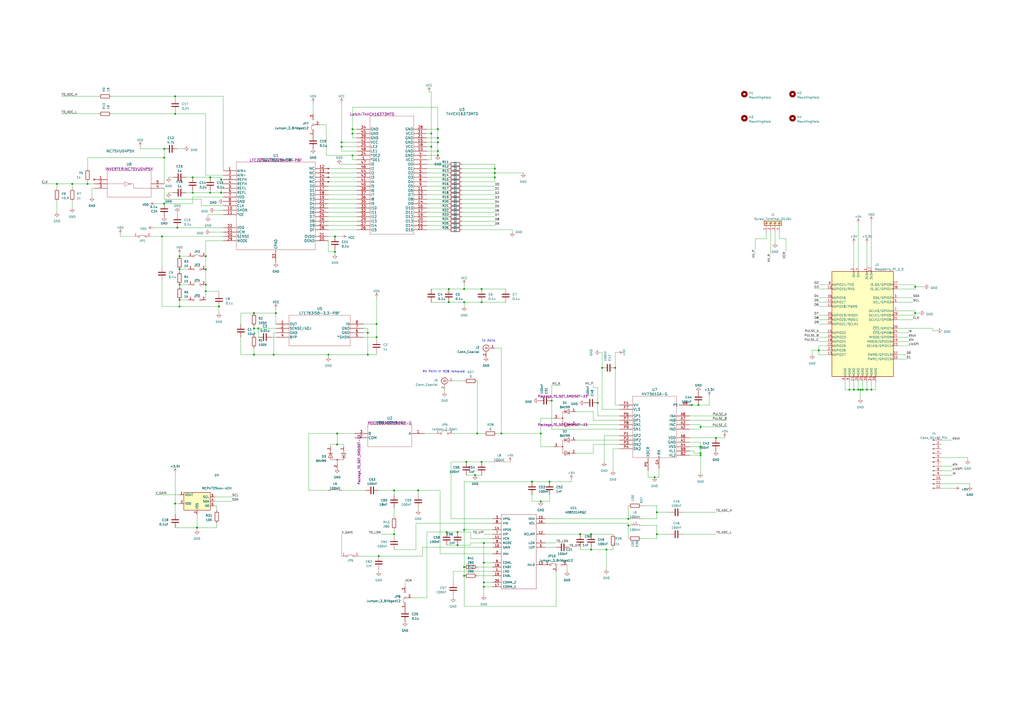
<source format=kicad_sch>
(kicad_sch (version 20230121) (generator eeschema)
  (paper "A2")
  (junction (at 280.67 326.39))
  (junction (at 228.6 309.88))
  (junction (at 147.32 190.5))
  (junction (at 254 90.17))
  (junction (at 119.38 168.91))
  (junction (at 104.14 148.59))
  (junction (at 111.76 111.76))
  (junction (at 95.25 91.44))
  (junction (at 149.86 190.5))
  (junction (at 213.36 205.74))
  (junction (at 219.71 322.58))
  (junction (at 342.9 309.88))
  (junction (at 356.87 213.36))
  (junction (at 279.4 167.64))
  (junction (at 279.4 175.26))
  (junction (at 530.86 166.37))
  (junction (at 406.4 262.89))
  (junction (at 194.31 137.16))
  (junction (at 349.25 213.36))
  (junction (at 104.14 173.99))
  (junction (at 254 87.63))
  (junction (at 406.4 264.16))
  (junction (at 308.61 279.4))
  (junction (at 405.13 234.95))
  (junction (at 254 82.55))
  (junction (at 364.49 300.99))
  (junction (at 198.12 82.55))
  (junction (at 318.77 279.4))
  (junction (at 228.6 284.48))
  (junction (at 121.92 102.87))
  (junction (at 213.36 193.04))
  (junction (at 95.25 86.36))
  (junction (at 346.71 233.68))
  (junction (at 121.92 111.76))
  (junction (at 111.76 102.87))
  (junction (at 320.04 232.41))
  (junction (at 530.86 181.61))
  (junction (at 218.44 195.58))
  (junction (at 198.12 85.09))
  (junction (at 50.8 106.68))
  (junction (at 250.19 85.09))
  (junction (at 260.35 167.64))
  (junction (at 104.14 156.21))
  (junction (at 95.25 118.11))
  (junction (at 364.49 304.8))
  (junction (at 280.67 340.36))
  (junction (at 406.4 247.65))
  (junction (at 194.31 146.05))
  (junction (at 160.02 181.61))
  (junction (at 276.86 251.46))
  (junction (at 497.84 226.06))
  (junction (at 265.43 316.23))
  (junction (at 119.38 156.21))
  (junction (at 401.32 234.95))
  (junction (at 147.32 181.61))
  (junction (at 313.69 251.46))
  (junction (at 379.73 276.86))
  (junction (at 127 177.8))
  (junction (at 342.9 318.77))
  (junction (at 147.32 205.74))
  (junction (at 119.38 165.1))
  (junction (at 260.35 175.26))
  (junction (at 204.47 74.93))
  (junction (at 101.6 292.1))
  (junction (at 500.38 226.06))
  (junction (at 287.02 102.87))
  (junction (at 218.44 187.96))
  (junction (at 505.46 226.06))
  (junction (at 204.47 90.17))
  (junction (at 195.58 251.46))
  (junction (at 93.98 137.16))
  (junction (at 495.3 226.06))
  (junction (at 313.69 290.83))
  (junction (at 269.24 334.01))
  (junction (at 270.51 267.97))
  (junction (at 269.24 328.93))
  (junction (at 254 80.01))
  (junction (at 242.57 284.48))
  (junction (at 269.24 167.64))
  (junction (at 280.67 337.82))
  (junction (at 265.43 308.61))
  (junction (at 290.83 251.46))
  (junction (at 158.75 205.74))
  (junction (at 204.47 77.47))
  (junction (at 279.4 267.97))
  (junction (at 33.02 106.68))
  (junction (at 269.24 307.34))
  (junction (at 415.29 254))
  (junction (at 190.5 205.74))
  (junction (at 499.11 226.06))
  (junction (at 492.76 226.06))
  (junction (at 102.87 132.08))
  (junction (at 275.59 275.59))
  (junction (at 101.6 66.04))
  (junction (at 287.02 100.33))
  (junction (at 502.92 226.06))
  (junction (at 101.6 55.88))
  (junction (at 114.3 306.07))
  (junction (at 269.24 175.26))
  (junction (at 128.27 104.14))
  (junction (at 259.08 308.61))
  (junction (at 280.67 314.96))
  (junction (at 41.91 106.68))
  (junction (at 128.27 111.76))
  (junction (at 250.19 77.47))
  (junction (at 336.55 309.88))
  (junction (at 104.14 177.8))
  (junction (at 195.58 257.81))
  (junction (at 104.14 165.1))
  (junction (at 381 309.88))
  (junction (at 406.4 259.08))
  (junction (at 287.02 97.79))
  (junction (at 474.98 203.2))
  (junction (at 381 297.18))
  (junction (at 119.38 148.59))
  (junction (at 254 74.93))
  (junction (at 351.79 318.77))
  (wire (pts (xy 530.86 181.61) (xy 530.86 182.88)))
  (wire (pts (xy 228.6 307.34) (xy 228.6 309.88)))
  (wire (pts (xy 219.71 322.58) (xy 208.28 322.58)))
  (wire (pts (xy 247.65 100.33) (xy 260.35 100.33)))
  (wire (pts (xy 260.35 175.26) (xy 269.24 175.26)))
  (wire (pts (xy 119.38 101.6) (xy 129.54 101.6)))
  (wire (pts (xy 90.17 118.11) (xy 95.25 118.11)))
  (wire (pts (xy 351.79 318.77) (xy 342.9 318.77)))
  (wire (pts (xy 54.61 109.22) (xy 53.34 109.22)))
  (wire (pts (xy 449.58 134.62) (xy 449.58 140.97)))
  (wire (pts (xy 520.7 200.66) (xy 527.05 200.66)))
  (wire (pts (xy 320.04 223.52) (xy 325.12 223.52)))
  (wire (pts (xy 213.36 190.5) (xy 213.36 193.04)))
  (wire (pts (xy 101.6 306.07) (xy 114.3 306.07)))
  (wire (pts (xy 190.5 118.11) (xy 207.01 118.11)))
  (wire (pts (xy 452.12 134.62) (xy 452.12 138.43)))
  (wire (pts (xy 530.86 166.37) (xy 530.86 167.64)))
  (wire (pts (xy 474.98 193.04) (xy 480.06 193.04)))
  (wire (pts (xy 218.44 187.96) (xy 210.82 187.96)))
  (wire (pts (xy 111.76 111.76) (xy 121.92 111.76)))
  (wire (pts (xy 290.83 201.93) (xy 287.02 201.93)))
  (wire (pts (xy 270.51 267.97) (xy 261.62 267.97)))
  (wire (pts (xy 287.02 100.33) (xy 303.53 100.33)))
  (wire (pts (xy 41.91 116.84) (xy 41.91 120.65)))
  (wire (pts (xy 64.77 55.88) (xy 101.6 55.88)))
  (wire (pts (xy 480.06 185.42) (xy 474.98 185.42)))
  (wire (pts (xy 33.02 106.68) (xy 41.91 106.68)))
  (wire (pts (xy 129.54 55.88) (xy 129.54 99.06)))
  (wire (pts (xy 101.6 55.88) (xy 129.54 55.88)))
  (wire (pts (xy 218.44 195.58) (xy 218.44 196.85)))
  (wire (pts (xy 247.65 105.41) (xy 260.35 105.41)))
  (wire (pts (xy 190.5 115.57) (xy 207.01 115.57)))
  (wire (pts (xy 128.27 106.68) (xy 128.27 104.14)))
  (wire (pts (xy 247.65 346.71) (xy 238.76 346.71)))
  (wire (pts (xy 247.65 128.27) (xy 260.35 128.27)))
  (wire (pts (xy 119.38 66.04) (xy 119.38 101.6)))
  (wire (pts (xy 285.75 340.36) (xy 280.67 340.36)))
  (wire (pts (xy 320.04 223.52) (xy 320.04 232.41)))
  (wire (pts (xy 520.7 167.64) (xy 530.86 167.64)))
  (wire (pts (xy 261.62 267.97) (xy 261.62 300.99)))
  (wire (pts (xy 120.65 124.46) (xy 120.65 125.73)))
  (wire (pts (xy 279.4 167.64) (xy 293.37 167.64)))
  (wire (pts (xy 273.05 308.61) (xy 265.43 308.61)))
  (wire (pts (xy 139.7 181.61) (xy 139.7 187.96)))
  (wire (pts (xy 546.1 275.59) (xy 552.45 275.59)))
  (wire (pts (xy 495.3 226.06) (xy 492.76 226.06)))
  (wire (pts (xy 285.75 334.01) (xy 276.86 334.01)))
  (wire (pts (xy 502.92 226.06) (xy 500.38 226.06)))
  (wire (pts (xy 474.98 182.88) (xy 480.06 182.88)))
  (wire (pts (xy 273.05 316.23) (xy 265.43 316.23)))
  (wire (pts (xy 218.44 205.74) (xy 213.36 205.74)))
  (wire (pts (xy 198.12 85.09) (xy 198.12 87.63)))
  (wire (pts (xy 331.47 279.4) (xy 331.47 278.13)))
  (wire (pts (xy 336.55 309.88) (xy 316.23 309.88)))
  (wire (pts (xy 129.54 104.14) (xy 128.27 104.14)))
  (wire (pts (xy 160.02 181.61) (xy 147.32 181.61)))
  (wire (pts (xy 190.5 105.41) (xy 207.01 105.41)))
  (wire (pts (xy 438.15 138.43) (xy 438.15 144.78)))
  (wire (pts (xy 33.02 116.84) (xy 33.02 123.19)))
  (wire (pts (xy 194.31 137.16) (xy 198.12 137.16)))
  (wire (pts (xy 121.92 134.62) (xy 129.54 134.62)))
  (wire (pts (xy 119.38 148.59) (xy 119.38 139.7)))
  (wire (pts (xy 355.6 273.05) (xy 355.6 260.35)))
  (wire (pts (xy 53.34 109.22) (xy 53.34 114.3)))
  (wire (pts (xy 318.77 290.83) (xy 318.77 287.02)))
  (wire (pts (xy 218.44 187.96) (xy 218.44 195.58)))
  (wire (pts (xy 355.6 309.88) (xy 342.9 309.88)))
  (wire (pts (xy 415.29 297.18) (xy 396.24 297.18)))
  (wire (pts (xy 344.17 238.76) (xy 334.01 238.76)))
  (wire (pts (xy 406.4 247.65) (xy 406.4 248.92)))
  (wire (pts (xy 279.4 275.59) (xy 275.59 275.59)))
  (wire (pts (xy 520.7 185.42) (xy 529.59 185.42)))
  (wire (pts (xy 147.32 201.93) (xy 147.32 205.74)))
  (wire (pts (xy 139.7 195.58) (xy 139.7 205.74)))
  (wire (pts (xy 474.98 200.66) (xy 480.06 200.66)))
  (wire (pts (xy 285.75 337.82) (xy 280.67 337.82)))
  (wire (pts (xy 158.75 205.74) (xy 190.5 205.74)))
  (wire (pts (xy 269.24 334.01) (xy 269.24 351.79)))
  (wire (pts (xy 33.02 106.68) (xy 33.02 109.22)))
  (wire (pts (xy 111.76 114.3) (xy 111.76 118.11)))
  (wire (pts (xy 267.97 105.41) (xy 287.02 105.41)))
  (wire (pts (xy 114.3 306.07) (xy 114.3 307.34)))
  (wire (pts (xy 101.6 64.77) (xy 101.6 66.04)))
  (wire (pts (xy 375.92 273.05) (xy 375.92 276.86)))
  (wire (pts (xy 190.5 113.03) (xy 207.01 113.03)))
  (wire (pts (xy 364.49 303.53) (xy 364.49 304.8)))
  (wire (pts (xy 81.28 85.09) (xy 81.28 86.36)))
  (wire (pts (xy 101.6 292.1) (xy 104.14 292.1)))
  (wire (pts (xy 474.98 198.12) (xy 480.06 198.12)))
  (wire (pts (xy 520.7 190.5) (xy 541.02 190.5)))
  (wire (pts (xy 505.46 128.27) (xy 505.46 154.94)))
  (wire (pts (xy 421.64 247.65) (xy 406.4 247.65)))
  (wire (pts (xy 198.12 82.55) (xy 198.12 85.09)))
  (wire (pts (xy 269.24 307.34) (xy 269.24 328.93)))
  (wire (pts (xy 349.25 213.36) (xy 349.25 204.47)))
  (wire (pts (xy 359.41 243.84) (xy 344.17 243.84)))
  (wire (pts (xy 520.7 205.74) (xy 525.78 205.74)))
  (wire (pts (xy 119.38 139.7) (xy 129.54 139.7)))
  (wire (pts (xy 267.97 130.81) (xy 287.02 130.81)))
  (wire (pts (xy 474.98 200.66) (xy 474.98 203.2)))
  (wire (pts (xy 260.35 167.64) (xy 269.24 167.64)))
  (wire (pts (xy 190.5 130.81) (xy 207.01 130.81)))
  (wire (pts (xy 349.25 213.36) (xy 349.25 237.49)))
  (wire (pts (xy 400.05 261.62) (xy 402.59 261.62)))
  (wire (pts (xy 285.75 307.34) (xy 269.24 307.34)))
  (wire (pts (xy 147.32 205.74) (xy 158.75 205.74)))
  (wire (pts (xy 265.43 316.23) (xy 259.08 316.23)))
  (wire (pts (xy 204.47 77.47) (xy 204.47 74.93)))
  (wire (pts (xy 205.74 251.46) (xy 195.58 251.46)))
  (wire (pts (xy 267.97 125.73) (xy 287.02 125.73)))
  (wire (pts (xy 190.5 102.87) (xy 207.01 102.87)))
  (wire (pts (xy 279.4 267.97) (xy 270.51 267.97)))
  (wire (pts (xy 190.5 128.27) (xy 207.01 128.27)))
  (wire (pts (xy 285.75 326.39) (xy 280.67 326.39)))
  (wire (pts (xy 198.12 59.69) (xy 198.12 82.55)))
  (wire (pts (xy 344.17 238.76) (xy 344.17 243.84)))
  (wire (pts (xy 276.86 220.98) (xy 276.86 251.46)))
  (wire (pts (xy 157.48 195.58) (xy 160.02 195.58)))
  (wire (pts (xy 285.75 312.42) (xy 273.05 312.42)))
  (wire (pts (xy 492.76 220.98) (xy 492.76 226.06)))
  (wire (pts (xy 355.6 318.77) (xy 351.79 318.77)))
  (wire (pts (xy 198.12 82.55) (xy 207.01 82.55)))
  (wire (pts (xy 219.71 330.2) (xy 219.71 331.47)))
  (wire (pts (xy 541.02 190.5) (xy 541.02 191.77)))
  (wire (pts (xy 41.91 106.68) (xy 50.8 106.68)))
  (wire (pts (xy 250.19 175.26) (xy 260.35 175.26)))
  (wire (pts (xy 275.59 275.59) (xy 270.51 275.59)))
  (wire (pts (xy 382.27 271.78) (xy 382.27 276.86)))
  (wire (pts (xy 198.12 87.63) (xy 207.01 87.63)))
  (wire (pts (xy 267.97 97.79) (xy 287.02 97.79)))
  (wire (pts (xy 285.75 328.93) (xy 276.86 328.93)))
  (wire (pts (xy 247.65 85.09) (xy 250.19 85.09)))
  (wire (pts (xy 267.97 113.03) (xy 287.02 113.03)))
  (wire (pts (xy 196.85 95.25) (xy 207.01 95.25)))
  (wire (pts (xy 364.49 293.37) (xy 364.49 300.99)))
  (wire (pts (xy 269.24 175.26) (xy 269.24 177.8)))
  (wire (pts (xy 520.7 208.28) (xy 525.78 208.28)))
  (wire (pts (xy 262.89 331.47) (xy 262.89 337.82)))
  (wire (pts (xy 207.01 80.01) (xy 204.47 80.01)))
  (wire (pts (xy 499.11 226.06) (xy 499.11 231.14)))
  (wire (pts (xy 119.38 156.21) (xy 119.38 165.1)))
  (wire (pts (xy 190.5 123.19) (xy 207.01 123.19)))
  (wire (pts (xy 35.56 66.04) (xy 57.15 66.04)))
  (wire (pts (xy 250.19 92.71) (xy 250.19 85.09)))
  (wire (pts (xy 297.18 133.35) (xy 297.18 134.62)))
  (wire (pts (xy 508 226.06) (xy 505.46 226.06)))
  (wire (pts (xy 101.6 55.88) (xy 101.6 57.15)))
  (wire (pts (xy 160.02 190.5) (xy 149.86 190.5)))
  (wire (pts (xy 400.05 246.38) (xy 406.4 246.38)))
  (wire (pts (xy 190.5 205.74) (xy 190.5 207.01)))
  (wire (pts (xy 190.5 97.79) (xy 207.01 97.79)))
  (wire (pts (xy 351.79 318.77) (xy 351.79 330.2)))
  (wire (pts (xy 381 309.88) (xy 381 312.42)))
  (wire (pts (xy 402.59 262.89) (xy 406.4 262.89)))
  (wire (pts (xy 241.3 303.53) (xy 285.75 303.53)))
  (wire (pts (xy 204.47 74.93) (xy 207.01 74.93)))
  (wire (pts (xy 129.54 106.68) (xy 128.27 106.68)))
  (wire (pts (xy 190.5 284.48) (xy 179.07 284.48)))
  (wire (pts (xy 471.17 205.74) (xy 471.17 203.2)))
  (wire (pts (xy 127 177.8) (xy 127 181.61)))
  (wire (pts (xy 280.67 326.39) (xy 280.67 337.82)))
  (wire (pts (xy 190.5 125.73) (xy 207.01 125.73)))
  (wire (pts (xy 520.7 198.12) (xy 527.05 198.12)))
  (wire (pts (xy 204.47 80.01) (xy 204.47 77.47)))
  (wire (pts (xy 276.86 251.46) (xy 280.67 251.46)))
  (wire (pts (xy 247.65 130.81) (xy 260.35 130.81)))
  (wire (pts (xy 267.97 123.19) (xy 287.02 123.19)))
  (wire (pts (xy 320.04 232.41) (xy 320.04 248.92)))
  (wire (pts (xy 356.87 204.47) (xy 358.14 204.47)))
  (wire (pts (xy 269.24 351.79) (xy 322.58 351.79)))
  (wire (pts (xy 190.5 120.65) (xy 207.01 120.65)))
  (wire (pts (xy 50.8 91.44) (xy 95.25 91.44)))
  (wire (pts (xy 471.17 203.2) (xy 474.98 203.2)))
  (wire (pts (xy 497.84 220.98) (xy 497.84 226.06)))
  (wire (pts (xy 212.09 284.48) (xy 198.12 284.48)))
  (wire (pts (xy 505.46 220.98) (xy 505.46 226.06)))
  (wire (pts (xy 342.9 309.88) (xy 336.55 309.88)))
  (wire (pts (xy 90.17 287.02) (xy 104.14 287.02)))
  (wire (pts (xy 95.25 91.44) (xy 95.25 106.68)))
  (wire (pts (xy 438.15 138.43) (xy 444.5 138.43)))
  (wire (pts (xy 245.11 322.58) (xy 219.71 322.58)))
  (wire (pts (xy 198.12 85.09) (xy 207.01 85.09)))
  (wire (pts (xy 495.3 220.98) (xy 495.3 226.06)))
  (wire (pts (xy 189.23 90.17) (xy 204.47 90.17)))
  (wire (pts (xy 104.14 148.59) (xy 109.22 148.59)))
  (wire (pts (xy 290.83 251.46) (xy 313.69 251.46)))
  (wire (pts (xy 447.04 134.62) (xy 447.04 147.32)))
  (wire (pts (xy 247.65 115.57) (xy 260.35 115.57)))
  (wire (pts (xy 495.3 140.97) (xy 495.3 154.94)))
  (wire (pts (xy 128.27 109.22) (xy 129.54 109.22)))
  (wire (pts (xy 127 168.91) (xy 127 170.18)))
  (wire (pts (xy 195.58 251.46) (xy 179.07 251.46)))
  (wire (pts (xy 444.5 134.62) (xy 444.5 138.43)))
  (wire (pts (xy 93.98 177.8) (xy 93.98 162.56)))
  (wire (pts (xy 308.61 290.83) (xy 313.69 290.83)))
  (wire (pts (xy 158.75 205.74) (xy 158.75 193.04)))
  (wire (pts (xy 246.38 251.46) (xy 252.73 251.46)))
  (wire (pts (xy 104.14 173.99) (xy 104.14 177.8)))
  (wire (pts (xy 262.89 345.44) (xy 262.89 346.71)))
  (wire (pts (xy 313.69 259.08) (xy 321.31 259.08)))
  (wire (pts (xy 147.32 181.61) (xy 139.7 181.61)))
  (wire (pts (xy 241.3 318.77) (xy 241.3 303.53)))
  (wire (pts (xy 210.82 190.5) (xy 213.36 190.5)))
  (wire (pts (xy 546.1 280.67) (xy 562.61 280.67)))
  (wire (pts (xy 124.46 293.37) (xy 125.73 293.37)))
  (wire (pts (xy 160.02 181.61) (xy 160.02 187.96)))
  (wire (pts (xy 210.82 195.58) (xy 218.44 195.58)))
  (wire (pts (xy 160.02 179.07) (xy 160.02 181.61)))
  (wire (pts (xy 116.84 119.38) (xy 129.54 119.38)))
  (wire (pts (xy 359.41 241.3) (xy 346.71 241.3)))
  (wire (pts (xy 190.5 146.05) (xy 194.31 146.05)))
  (wire (pts (xy 129.54 114.3) (xy 111.76 114.3)))
  (wire (pts (xy 285.75 317.5) (xy 245.11 317.5)))
  (wire (pts (xy 139.7 205.74) (xy 147.32 205.74)))
  (wire (pts (xy 308.61 279.4) (xy 318.77 279.4)))
  (wire (pts (xy 125.73 293.37) (xy 125.73 295.91)))
  (wire (pts (xy 346.71 224.79) (xy 346.71 233.68)))
  (wire (pts (xy 119.38 165.1) (xy 119.38 168.91)))
  (wire (pts (xy 356.87 234.95) (xy 359.41 234.95)))
  (wire (pts (xy 254 80.01) (xy 247.65 80.01)))
  (wire (pts (xy 104.14 173.99) (xy 109.22 173.99)))
  (wire (pts (xy 254 80.01) (xy 254 82.55)))
  (wire (pts (xy 101.6 66.04) (xy 119.38 66.04)))
  (wire (pts (xy 255.27 284.48) (xy 255.27 321.31)))
  (wire (pts (xy 356.87 213.36) (xy 356.87 234.95)))
  (wire (pts (xy 480.06 165.1) (xy 474.98 165.1)))
  (wire (pts (xy 199.39 257.81) (xy 199.39 259.08)))
  (wire (pts (xy 269.24 279.4) (xy 269.24 307.34)))
  (wire (pts (xy 334.01 262.89) (xy 344.17 262.89)))
  (wire (pts (xy 102.87 123.19) (xy 102.87 124.46)))
  (wire (pts (xy 490.22 226.06) (xy 490.22 220.98)))
  (wire (pts (xy 287.02 100.33) (xy 287.02 102.87)))
  (wire (pts (xy 124.46 290.83) (xy 134.62 290.83)))
  (wire (pts (xy 191.77 257.81) (xy 195.58 257.81)))
  (wire (pts (xy 247.65 110.49) (xy 260.35 110.49)))
  (wire (pts (xy 287.02 102.87) (xy 287.02 105.41)))
  (wire (pts (xy 279.4 175.26) (xy 293.37 175.26)))
  (wire (pts (xy 254 87.63) (xy 247.65 87.63)))
  (wire (pts (xy 114.3 298.45) (xy 114.3 306.07)))
  (wire (pts (xy 530.86 182.88) (xy 520.7 182.88)))
  (wire (pts (xy 334.01 246.38) (xy 359.41 246.38)))
  (wire (pts (xy 121.92 110.49) (xy 121.92 111.76)))
  (wire (pts (xy 400.05 264.16) (xy 406.4 264.16)))
  (wire (pts (xy 149.86 190.5) (xy 149.86 195.58)))
  (wire (pts (xy 128.27 109.22) (xy 128.27 111.76)))
  (wire (pts (xy 104.14 177.8) (xy 127 177.8)))
  (wire (pts (xy 267.97 107.95) (xy 287.02 107.95)))
  (wire (pts (xy 285.75 309.88) (xy 280.67 309.88)))
  (wire (pts (xy 95.25 86.36) (xy 95.25 91.44)))
  (wire (pts (xy 121.92 102.87) (xy 111.76 102.87)))
  (wire (pts (xy 190.5 133.35) (xy 207.01 133.35)))
  (wire (pts (xy 119.38 148.59) (xy 119.38 156.21)))
  (wire (pts (xy 254 82.55) (xy 247.65 82.55)))
  (wire (pts (xy 406.4 256.54) (xy 406.4 259.08)))
  (wire (pts (xy 204.47 74.93) (xy 204.47 62.23)))
  (wire (pts (xy 204.47 90.17) (xy 207.01 90.17)))
  (wire (pts (xy 290.83 201.93) (xy 290.83 251.46)))
  (wire (pts (xy 500.38 226.06) (xy 499.11 226.06)))
  (wire (pts (xy 119.38 168.91) (xy 127 168.91)))
  (wire (pts (xy 218.44 204.47) (xy 218.44 205.74)))
  (wire (pts (xy 247.65 120.65) (xy 260.35 120.65)))
  (wire (pts (xy 364.49 304.8) (xy 364.49 312.42)))
  (wire (pts (xy 147.32 189.23) (xy 147.32 190.5)))
  (wire (pts (xy 247.65 107.95) (xy 260.35 107.95)))
  (wire (pts (xy 421.64 241.3) (xy 400.05 241.3)))
  (wire (pts (xy 102.87 132.08) (xy 129.54 132.08)))
  (wire (pts (xy 95.25 109.22) (xy 95.25 115.57)))
  (wire (pts (xy 313.69 251.46) (xy 313.69 259.08)))
  (wire (pts (xy 50.8 105.41) (xy 50.8 106.68)))
  (wire (pts (xy 250.19 77.47) (xy 250.19 85.09)))
  (wire (pts (xy 344.17 223.52) (xy 344.17 224.79)))
  (wire (pts (xy 474.98 195.58) (xy 480.06 195.58)))
  (wire (pts (xy 401.32 234.95) (xy 400.05 234.95)))
  (wire (pts (xy 546.1 270.51) (xy 552.45 270.51)))
  (wire (pts (xy 355.6 317.5) (xy 355.6 318.77)))
  (wire (pts (xy 228.6 318.77) (xy 241.3 318.77)))
  (wire (pts (xy 546.1 255.27) (xy 552.45 255.27)))
  (wire (pts (xy 41.91 106.68) (xy 41.91 109.22)))
  (wire (pts (xy 280.67 314.96) (xy 273.05 314.96)))
  (wire (pts (xy 280.67 314.96) (xy 280.67 326.39)))
  (wire (pts (xy 313.69 242.57) (xy 321.31 242.57)))
  (wire (pts (xy 530.86 181.61) (xy 533.4 181.61)))
  (wire (pts (xy 254 62.23) (xy 254 74.93)))
  (wire (pts (xy 247.65 102.87) (xy 260.35 102.87)))
  (wire (pts (xy 406.4 259.08) (xy 406.4 262.89)))
  (wire (pts (xy 480.06 167.64) (xy 474.98 167.64)))
  (wire (pts (xy 129.54 121.92) (xy 124.46 121.92)))
  (wire (pts (xy 320.04 248.92) (xy 359.41 248.92)))
  (wire (pts (xy 342.9 317.5) (xy 342.9 318.77)))
  (wire (pts (xy 228.6 299.72) (xy 228.6 294.64)))
  (wire (pts (xy 406.4 248.92) (xy 400.05 248.92)))
  (wire (pts (xy 344.17 262.89) (xy 344.17 257.81)))
  (wire (pts (xy 381 300.99) (xy 372.11 300.99)))
  (wire (pts (xy 64.77 66.04) (xy 101.6 66.04)))
  (wire (pts (xy 480.06 172.72) (xy 474.98 172.72)))
  (wire (pts (xy 480.06 175.26) (xy 474.98 175.26)))
  (wire (pts (xy 349.25 237.49) (xy 359.41 237.49)))
  (wire (pts (xy 546.1 273.05) (xy 552.45 273.05)))
  (wire (pts (xy 396.24 309.88) (xy 415.29 309.88)))
  (wire (pts (xy 546.1 265.43) (xy 561.34 265.43)))
  (wire (pts (xy 411.48 229.87) (xy 411.48 234.95)))
  (wire (pts (xy 101.6 274.32) (xy 101.6 292.1)))
  (wire (pts (xy 255.27 284.48) (xy 242.57 284.48)))
  (wire (pts (xy 259.08 308.61) (xy 247.65 308.61)))
  (wire (pts (xy 308.61 287.02) (xy 308.61 290.83)))
  (wire (pts (xy 114.3 306.07) (xy 125.73 306.07)))
  (wire (pts (xy 50.8 97.79) (xy 50.8 91.44)))
  (wire (pts (xy 267.97 102.87) (xy 287.02 102.87)))
  (wire (pts (xy 269.24 328.93) (xy 269.24 334.01)))
  (wire (pts (xy 562.61 280.67) (xy 562.61 281.94)))
  (wire (pts (xy 204.47 77.47) (xy 207.01 77.47)))
  (wire (pts (xy 254 90.17) (xy 247.65 90.17)))
  (wire (pts (xy 128.27 104.14) (xy 128.27 102.87)))
  (wire (pts (xy 250.19 167.64) (xy 260.35 167.64)))
  (wire (pts (xy 342.9 318.77) (xy 336.55 318.77)))
  (wire (pts (xy 269.24 175.26) (xy 279.4 175.26)))
  (wire (pts (xy 334.01 255.27) (xy 359.41 255.27)))
  (wire (pts (xy 265.43 308.61) (xy 259.08 308.61)))
  (wire (pts (xy 336.55 317.5) (xy 336.55 318.77)))
  (wire (pts (xy 194.31 144.78) (xy 194.31 146.05)))
  (wire (pts (xy 128.27 102.87) (xy 121.92 102.87)))
  (wire (pts (xy 269.24 165.1) (xy 269.24 167.64)))
  (wire (pts (xy 102.87 86.36) (xy 106.68 86.36)))
  (wire (pts (xy 190.5 100.33) (xy 207.01 100.33)))
  (wire (pts (xy 179.07 251.46) (xy 179.07 284.48)))
  (wire (pts (xy 285.75 331.47) (xy 262.89 331.47)))
  (wire (pts (xy 530.86 166.37) (xy 535.94 166.37)))
  (wire (pts (xy 81.28 86.36) (xy 95.25 86.36)))
  (wire (pts (xy 120.65 124.46) (xy 129.54 124.46)))
  (wire (pts (xy 406.4 246.38) (xy 406.4 247.65)))
  (wire (pts (xy 247.65 95.25) (xy 260.35 95.25)))
  (wire (pts (xy 520.7 193.04) (xy 527.05 193.04)))
  (wire (pts (xy 228.6 309.88) (xy 220.98 309.88)))
  (wire (pts (xy 508 220.98) (xy 508 226.06)))
  (wire (pts (xy 350.52 267.97) (xy 350.52 252.73)))
  (wire (pts (xy 372.11 293.37) (xy 381 293.37)))
  (wire (pts (xy 405.13 234.95) (xy 401.32 234.95)))
  (wire (pts (xy 158.75 193.04) (xy 160.02 193.04)))
  (wire (pts (xy 502.92 140.97) (xy 502.92 154.94)))
  (wire (pts (xy 97.79 111.76) (xy 100.33 111.76)))
  (wire (pts (xy 181.61 59.69) (xy 181.61 66.04)))
  (wire (pts (xy 247.65 74.93) (xy 254 74.93)))
  (wire (pts (xy 204.47 62.23) (xy 254 62.23)))
  (wire (pts (xy 93.98 137.16) (xy 129.54 137.16)))
  (wire (pts (xy 474.98 203.2) (xy 480.06 203.2)))
  (wire (pts (xy 24.13 106.68) (xy 33.02 106.68)))
  (wire (pts (xy 269.24 167.64) (xy 279.4 167.64)))
  (wire (pts (xy 318.77 279.4) (xy 331.47 279.4)))
  (wire (pts (xy 505.46 226.06) (xy 502.92 226.06)))
  (wire (pts (xy 267.97 128.27) (xy 287.02 128.27)))
  (wire (pts (xy 247.65 92.71) (xy 250.19 92.71)))
  (wire (pts (xy 372.11 304.8) (xy 381 304.8)))
  (wire (pts (xy 104.14 156.21) (xy 109.22 156.21)))
  (wire (pts (xy 406.4 264.16) (xy 406.4 274.32)))
  (wire (pts (xy 474.98 205.74) (xy 480.06 205.74)))
  (wire (pts (xy 95.25 115.57) (xy 116.84 115.57)))
  (wire (pts (xy 350.52 252.73) (xy 359.41 252.73)))
  (wire (pts (xy 322.58 351.79) (xy 322.58 331.47)))
  (wire (pts (xy 349.25 204.47) (xy 347.98 204.47)))
  (wire (pts (xy 228.6 284.48) (xy 228.6 287.02)))
  (wire (pts (xy 228.6 284.48) (xy 219.71 284.48)))
  (wire (pts (xy 288.29 251.46) (xy 290.83 251.46)))
  (wire (pts (xy 204.47 92.71) (xy 207.01 92.71)))
  (wire (pts (xy 530.86 165.1) (xy 530.86 166.37)))
  (wire (pts (xy 267.97 120.65) (xy 287.02 120.65)))
  (wire (pts (xy 411.48 234.95) (xy 405.13 234.95)))
  (wire (pts (xy 250.19 53.34) (xy 250.19 77.47)))
  (wire (pts (xy 128.27 111.76) (xy 129.54 111.76)))
  (wire (pts (xy 198.12 309.88) (xy 198.12 322.58)))
  (wire (pts (xy 204.47 90.17) (xy 204.47 92.71)))
  (wire (pts (xy 415.29 254) (xy 400.05 254)))
  (wire (pts (xy 546.1 283.21) (xy 553.72 283.21)))
  (wire (pts (xy 359.41 257.81) (xy 344.17 257.81)))
  (wire (pts (xy 35.56 55.88) (xy 57.15 55.88)))
  (wire (pts (xy 561.34 265.43) (xy 561.34 266.7)))
  (wire (pts (xy 520.7 195.58) (xy 527.05 195.58)))
  (wire (pts (xy 452.12 138.43) (xy 455.93 138.43)))
  (wire (pts (xy 480.06 177.8) (xy 474.98 177.8)))
  (wire (pts (xy 218.44 172.72) (xy 218.44 187.96)))
  (wire (pts (xy 190.5 107.95) (xy 207.01 107.95)))
  (wire (pts (xy 313.69 290.83) (xy 318.77 290.83)))
  (wire (pts (xy 280.67 340.36) (xy 280.67 345.44)))
  (wire (pts (xy 421.64 243.84) (xy 400.05 243.84)))
  (wire (pts (xy 520.7 175.26) (xy 529.59 175.26)))
  (wire (pts (xy 285.75 300.99) (xy 261.62 300.99)))
  (wire (pts (xy 213.36 193.04) (xy 213.36 205.74)))
  (wire (pts (xy 267.97 118.11) (xy 287.02 118.11)))
  (wire (pts (xy 388.62 309.88) (xy 381 309.88)))
  (wire (pts (xy 242.57 295.91) (xy 242.57 294.64)))
  (wire (pts (xy 273.05 312.42) (xy 273.05 308.61)))
  (wire (pts (xy 189.23 90.17) (xy 189.23 72.39)))
  (wire (pts (xy 107.95 111.76) (xy 111.76 111.76)))
  (wire (pts (xy 50.8 106.68) (xy 54.61 106.68)))
  (wire (pts (xy 242.57 284.48) (xy 228.6 284.48)))
  (wire (pts (xy 195.58 257.81) (xy 199.39 257.81)))
  (wire (pts (xy 530.86 180.34) (xy 520.7 180.34)))
  (wire (pts (xy 285.75 314.96) (xy 280.67 314.96)))
  (wire (pts (xy 381 297.18) (xy 381 300.99)))
  (wire (pts (xy 313.69 242.57) (xy 313.69 251.46)))
  (wire (pts (xy 381 312.42) (xy 372.11 312.42)))
  (wire (pts (xy 194.31 146.05) (xy 194.31 147.32)))
  (wire (pts (xy 455.93 138.43) (xy 455.93 146.05)))
  (wire (pts (xy 247.65 113.03) (xy 260.35 113.03)))
  (wire (pts (xy 104.14 156.21) (xy 104.14 157.48)))
  (wire (pts (xy 101.6 292.1) (xy 101.6 298.45)))
  (wire (pts (xy 262.89 220.98) (xy 269.24 220.98)))
  (wire (pts (xy 69.85 137.16) (xy 77.47 137.16)))
  (wire (pts (xy 190.5 137.16) (xy 194.31 137.16)))
  (wire (pts (xy 111.76 110.49) (xy 111.76 111.76)))
  (wire (pts (xy 116.84 115.57) (xy 116.84 119.38)))
  (wire (pts (xy 247.65 123.19) (xy 260.35 123.19)))
  (wire (pts (xy 322.58 314.96) (xy 316.23 314.96)))
  (wire (pts (xy 185.42 72.39) (xy 189.23 72.39)))
  (wire (pts (xy 88.9 132.08) (xy 102.87 132.08)))
  (wire (pts (xy 250.19 53.34) (xy 248.92 53.34)))
  (wire (pts (xy 254 87.63) (xy 254 90.17)))
  (wire (pts (xy 497.84 226.06) (xy 495.3 226.06)))
  (wire (pts (xy 254 82.55) (xy 254 87.63)))
  (wire (pts (xy 245.11 317.5) (xy 245.11 322.58)))
  (wire (pts (xy 541.02 191.77) (xy 543.56 191.77)))
  (wire (pts (xy 195.58 251.46) (xy 195.58 257.81)))
  (wire (pts (xy 280.67 337.82) (xy 280.67 340.36)))
  (wire (pts (xy 247.65 125.73) (xy 260.35 125.73)))
  (wire (pts (xy 497.84 129.54) (xy 497.84 154.94)))
  (wire (pts (xy 356.87 213.36) (xy 356.87 204.47)))
  (wire (pts (xy 213.36 205.74) (xy 190.5 205.74)))
  (wire (pts (xy 191.77 259.08) (xy 191.77 257.81)))
  (wire (pts (xy 316.23 300.99) (xy 364.49 300.99)))
  (wire (pts (xy 190.5 139.7) (xy 190.5 146.05)))
  (wire (pts (xy 262.89 251.46) (xy 276.86 251.46)))
  (wire (pts (xy 474.98 203.2) (xy 474.98 205.74)))
  (wire (pts (xy 406.4 262.89) (xy 406.4 264.16)))
  (wire (pts (xy 530.86 180.34) (xy 530.86 181.61)))
  (wire (pts (xy 375.92 276.86) (xy 379.73 276.86)))
  (wire (pts (xy 234.95 337.82) (xy 234.95 340.36)))
  (wire (pts (xy 93.98 137.16) (xy 93.98 154.94)))
  (wire (pts (xy 267.97 95.25) (xy 287.02 95.25)))
  (wire (pts (xy 247.65 97.79) (xy 260.35 97.79)))
  (wire (pts (xy 344.17 224.79) (xy 346.71 224.79)))
  (wire (pts (xy 420.37 254) (xy 415.29 254)))
  (wire (pts (xy 149.86 190.5) (xy 147.32 190.5)))
  (wire (pts (xy 400.05 256.54) (xy 406.4 256.54)))
  (wire (pts (xy 190.5 110.49) (xy 207.01 110.49)))
  (wire (pts (xy 502.92 220.98) (xy 502.92 226.06)))
  (wire (pts (xy 346.71 233.68) (xy 346.71 241.3)))
  (wire (pts (xy 287.02 95.25) (xy 287.02 97.79)))
  (wire (pts (xy 97.79 102.87) (xy 100.33 102.87)))
  (wire (pts (xy 355.6 260.35) (xy 359.41 260.35)))
  (wire (pts (xy 295.91 267.97) (xy 293.37 267.97)))
  (wire (pts (xy 119.38 168.91) (xy 119.38 173.99)))
  (wire (pts (xy 520.7 172.72) (xy 529.59 172.72)))
  (wire (pts (xy 125.73 303.53) (xy 125.73 306.07)))
  (wire (pts (xy 104.14 165.1) (xy 109.22 165.1)))
  (wire (pts (xy 382.27 276.86) (xy 379.73 276.86)))
  (wire (pts (xy 267.97 110.49) (xy 287.02 110.49)))
  (wire (pts (xy 273.05 314.96) (xy 273.05 316.23)))
  (wire (pts (xy 492.76 226.06) (xy 490.22 226.06)))
  (wire (pts (xy 121.92 111.76) (xy 128.27 111.76)))
  (wire (pts (xy 104.14 177.8) (xy 93.98 177.8)))
  (wire (pts (xy 228.6 309.88) (xy 228.6 311.15)))
  (wire (pts (xy 388.62 297.18) (xy 381 297.18)))
  (wire (pts (xy 520.7 165.1) (xy 530.86 165.1)))
  (wire (pts (xy 104.14 165.1) (xy 104.14 166.37)))
  (wire (pts (xy 285.75 267.97) (xy 279.4 267.97)))
  (wire (pts (xy 267.97 133.35) (xy 297.18 133.35)))
  (wire (pts (xy 247.65 308.61) (xy 247.65 346.71)))
  (wire (pts (xy 247.65 133.35) (xy 260.35 133.35)))
  (wire (pts (xy 402.59 261.62) (xy 402.59 262.89)))
  (wire (pts (xy 247.65 118.11) (xy 260.35 118.11)))
  (wire (pts (xy 242.57 284.48) (xy 242.57 287.02)))
  (wire (pts (xy 255.27 321.31) (xy 285.75 321.31)))
  (wire (pts (xy 104.14 147.32) (xy 104.14 148.59)))
  (wire (pts (xy 322.58 317.5) (xy 316.23 317.5)))
  (wire (pts (xy 247.65 77.47) (xy 250.19 77.47)))
  (wire (pts (xy 124.46 288.29) (xy 134.62 288.29)))
  (wire (pts (xy 400.05 259.08) (xy 406.4 259.08)))
  (wire (pts (xy 213.36 193.04) (xy 210.82 193.04)))
  (wire (pts (xy 95.25 118.11) (xy 111.76 118.11)))
  (wire (pts (xy 500.38 220.98) (xy 500.38 226.06)))
  (wire (pts (xy 147.32 190.5) (xy 147.32 194.31)))
  (wire (pts (xy 308.61 279.4) (xy 269.24 279.4)))
  (wire (pts (xy 267.97 115.57) (xy 287.02 115.57)))
  (wire (pts (xy 381 304.8) (xy 381 309.88)))
  (wire (pts (xy 87.63 137.16) (xy 93.98 137.16)))
  (wire (pts (xy 480.06 187.96) (xy 474.98 187.96)))
  (wire (pts (xy 69.85 135.89) (xy 69.85 137.16)))
  (wire (pts (xy 287.02 97.79) (xy 287.02 100.33)))
  (wire (pts (xy 107.95 102.87) (xy 111.76 102.87)))
  (wire (pts (xy 381 293.37) (xy 381 297.18)))
  (wire (pts (xy 328.93 327.66) (xy 328.93 331.47)))
  (wire (pts (xy 316.23 303.53) (xy 364.49 303.53)))
  (wire (pts (xy 254 74.93) (xy 254 80.01)))
  (wire (pts (xy 499.11 226.06) (xy 497.84 226.06)))
  (wire (pts (xy 267.97 100.33) (xy 287.02 100.33)))
  (wire (pts (xy 257.81 226.06) (xy 257.81 227.33)))
  (rectangle (start 111.76 26.67) (end 111.76 26.67))
  (text "RX PATH IF R28 removed\n\n" (at 245.11 218.44 0) (effects (font (size 1.27 1.27)) (justify left bottom)))
  (text "TX PATH\n\n" (at 279.4 200.66 0) (effects (font (size 1.27 1.27)) (justify left bottom)))
  (label "D8" (at 287.02 128.27 0))
  (label "VCM" (at 455.93 146.05 270))
  (label "clkSPI" (at 527.05 200.66 0))
  (label "D6" (at 287.02 123.19 0))
  (label "le" (at 552.45 275.59 0))
  (label "D6" (at 474.98 177.8 180))
  (label "le" (at 527.05 193.04 0))
  (label "VCM" (at 234.95 337.82 0))
  (label "D0" (at 525.78 205.74 0))
  (label "D5" (at 474.98 175.26 180))
  (label "D2" (at 287.02 113.03 0))
  (label "D1" (at 525.78 208.28 0))
  (label "dout" (at 552.45 255.27 0))
  (label "PULSE_C" (at 474.98 198.12 180))
  (label "D9" (at 287.02 130.81 0))
  (label "din" (at 552.45 270.51 0))
  (label "TO_VIP" (at 330.2 317.5 0))
  (label "V_GAIN" (at 90.17 287.02 0))
  (label "D3" (at 287.02 115.57 0))
  (label "SCL" (at 529.59 175.26 0))
  (label "TO_LON" (at 322.58 314.96 0))
  (label "HV_N" (at 325.12 223.52 180))
  (label "din" (at 527.05 198.12 0))
  (label "CLK" (at 24.13 106.68 0))
  (label "D7" (at 474.98 182.88 180))
  (label "D1" (at 287.02 110.49 0))
  (label "D2" (at 474.98 165.1 180))
  (label "clkSPI" (at 552.45 273.05 0))
  (label "TO_ADC_H" (at 35.56 55.88 0))
  (label "PULSE_A" (at 421.64 241.3 180))
  (label "TO_ADC_L" (at 415.29 309.88 0))
  (label "TO_LON" (at 220.98 309.88 180))
  (label "CLK" (at 529.59 185.42 0))
  (label "D9" (at 474.98 187.96 180))
  (label "HV_P" (at 344.17 223.52 180))
  (label "D4" (at 287.02 118.11 0))
  (label "D7" (at 287.02 125.73 0))
  (label "PULSE_C" (at 421.64 247.65 180))
  (label "D8" (at 474.98 185.42 180))
  (label "TO_ADC_L" (at 35.56 66.04 0))
  (label "TO_ADC_H" (at 415.29 297.18 0))
  (label "D0" (at 287.02 107.95 0))
  (label "PULSE_A" (at 474.98 193.04 180))
  (label "V_GAIN" (at 198.12 309.88 0))
  (label "HV_N" (at 447.04 147.32 270))
  (label "TO_VIP" (at 280.67 309.88 180))
  (label "SCL" (at 134.62 288.29 0))
  (label "HV_P" (at 438.15 144.78 270))
  (label "SDA" (at 134.62 290.83 0))
  (label "PULSE_B" (at 474.98 195.58 180))
  (label "D5" (at 287.02 120.65 0))
  (label "dout" (at 527.05 195.58 0))
  (label "D3" (at 474.98 167.64 180))
  (label "D4" (at 474.98 172.72 180))
  (label "SDA" (at 529.59 172.72 0))
  (label "PULSE_B" (at 421.64 243.84 180))
  (symbol (lib_id "power:GND") (at 347.98 204.47 270) (mirror x) (unit 1)
    (property "Reference" "#PWR071" (effects hide))
    (property "Value" "GND" (at 342.9 204.47 0))
  )
  (symbol (lib_id "Jumper:Jumper_2_Bridged") (at 114.3 148.59 0) (unit 1)
    (property "Reference" "JP2" (at 114.3 146.05 0))
    (property "Value" "Jumper_2_Bridged" (effects hide))
    (property "Footprint" "Jumper:SolderJumper-2_P1.3mm_Open_Pad1.0x1.5mm" (effects hide))
  )
  (symbol (lib_id "Device:C") (at 259.08 312.42 0) (mirror y) (unit 1)
    (property "Reference" "C58" (at 255.27 311.785 0) (effects (justify left)))
    (property "Value" "100nF" (at 255.27 314.325 0) (effects (justify left)))
    (property "Footprint" "Capacitor_SMD:C_0603_1608Metric" (effects hide))
  )
  (symbol (lib_id "Device:R") (at 264.16 130.81 90) (unit 1)
    (property "Reference" "R25" (at 260.35 129.54 90) (effects (justify left)))
    (property "Value" "33" (at 264.16 132.08 0) (effects (justify left)))
    (property "Footprint" "Resistor_SMD:R_0603_1608Metric" (effects hide))
  )
  (symbol (lib_id "Jumper:Jumper_3_Bridged12") (at 234.95 346.71 90) (unit 1)
    (property "Reference" "JP8" (at 232.41 346.075 90) (effects (justify left)))
    (property "Value" "Jumper_3_Bridged12" (at 232.41 348.615 90) (effects (justify left)))
    (property "Footprint" "Jumper:SolderJumper-3_P1.3mm_Open_Pad1.0x1.5mm" (effects hide))
  )
  (symbol (lib_id "power:GND") (at 194.31 147.32 0) (unit 1)
    (property "Reference" "#PWR016" (effects hide))
    (property "Value" "GND" (at 194.31 152.4 0))
  )
  (symbol (lib_id "Diode:BAV99") (at 326.39 259.08 0) (unit 1)
    (property "Reference" "D2" (at 327.66 250.19 0))
    (property "Value" "BAV99" (at 327.66 252.73 0))
    (property "Footprint" "Package_TO_SOT_SMD:SOT-23" (at 326.39 246.38 0))
    (property "Datasheet" "https://assets.nexperia.com/documents/data-sheet/BAV99_SER.pdf" (effects hide))
  )
  (symbol (lib_id "Device:C") (at 336.55 313.69 0) (unit 1)
    (property "Reference" "C50" (at 339.09 311.15 0) (effects (justify left)))
    (property "Value" "1nF" (at 337.82 316.23 0) (effects (justify left)))
    (property "Footprint" "Capacitor_SMD:C_0603_1608Metric" (effects hide))
  )
  (symbol (lib_id "Device:C") (at 342.9 233.68 270) (mirror x) (unit 1)
    (property "Reference" "C48" (at 343.535 229.87 0) (effects (justify left)))
    (property "Value" "100nF" (at 340.995 229.87 0) (effects (justify left)))
    (property "Footprint" "Inductor_SMD:L_0603_1608Metric" (effects hide))
  )
  (symbol (lib_id "Device:R") (at 41.91 113.03 0) (unit 1)
    (property "Reference" "R7" (at 44.45 112.395 0) (effects (justify left)))
    (property "Value" "1k" (at 44.45 114.935 0) (effects (justify left)))
    (property "Footprint" "Resistor_SMD:R_0603_1608Metric" (effects hide))
  )
  (symbol (lib_id "power:VDD") (at 81.28 85.09 0) (unit 1)
    (property "Reference" "#PWR020" (effects hide))
    (property "Value" "VDD" (at 81.28 81.28 0))
  )
  (symbol (lib_id "Device:R") (at 264.16 133.35 90) (unit 1)
    (property "Reference" "R26" (at 260.35 132.08 90) (effects (justify left)))
    (property "Value" "33" (at 264.16 134.62 0) (effects (justify left)))
    (property "Footprint" "Resistor_SMD:R_0603_1608Metric" (effects hide))
  )
  (symbol (lib_id "power:GND") (at 114.3 307.34 0) (unit 1)
    (property "Reference" "#PWR033" (effects hide))
    (property "Value" "GND" (at 114.3 312.42 0))
  )
  (symbol (lib_id "Device:C") (at 104.14 102.87 270) (unit 1)
    (property "Reference" "C15" (at 104.14 96.52 90))
    (property "Value" "1u" (at 104.14 99.06 90))
    (property "Footprint" "Capacitor_SMD:C_0603_1608Metric" (effects hide))
  )
  (symbol (lib_id "Device:R") (at 33.02 113.03 0) (unit 1)
    (property "Reference" "R8" (at 35.56 112.395 0) (effects (justify left)))
    (property "Value" "49.9" (at 35.56 114.935 0) (effects (justify left)))
    (property "Footprint" "Resistor_SMD:R_0603_1608Metric" (effects hide))
  )
  (symbol (lib_id "Device:C") (at 181.61 82.55 0) (unit 1)
    (property "Reference" "C19" (at 185.42 81.915 0) (effects (justify left)))
    (property "Value" "0.1u" (at 185.42 84.455 0) (effects (justify left)))
    (property "Footprint" "Capacitor_SMD:C_0603_1608Metric" (effects hide))
  )
  (symbol (lib_id "power:GND") (at 351.79 330.2 0) (mirror y) (unit 1)
    (property "Reference" "#PWR070" (effects hide))
    (property "Value" "GND" (at 351.79 335.28 0))
  )
  (symbol (lib_id "Device:R") (at 273.05 328.93 270) (mirror x) (unit 1)
    (property "Reference" "R41" (at 273.05 323.85 90))
    (property "Value" "280" (at 273.05 326.39 90))
    (property "Footprint" "Resistor_SMD:R_0603_1608Metric" (effects hide))
  )
  (symbol (lib_id "power:GND") (at 160.02 152.4 0) (unit 1)
    (property "Reference" "#PWR017" (effects hide))
    (property "Value" "GND" (at 160.02 157.48 0))
  )
  (symbol (lib_id "power:GND") (at 195.58 271.78 0) (unit 1)
    (property "Reference" "#PWR037" (effects hide))
    (property "Value" "GND" (at 195.58 276.86 0))
  )
  (symbol (lib_id "power:GND") (at 127 181.61 0) (unit 1)
    (property "Reference" "#PWR011" (effects hide))
    (property "Value" "GND" (at 127 186.69 0))
  )
  (symbol (lib_id "power:GND") (at 254 90.17 0) (unit 1)
    (property "Reference" "#PWR01" (effects hide))
    (property "Value" "GND" (at 254 95.25 0))
  )
  (symbol (lib_id "Jumper:Jumper_2_Open") (at 114.3 173.99 0) (unit 1)
    (property "Reference" "JP5" (at 114.3 171.45 0))
    (property "Value" "Jumper_2_Open" (effects hide))
    (property "Footprint" "Jumper:SolderJumper-2_P1.3mm_Open_Pad1.0x1.5mm" (effects hide))
  )
  (symbol (lib_id "power:GND") (at 106.68 86.36 90) (unit 1)
    (property "Reference" "#PWR021" (effects hide))
    (property "Value" "GND" (at 110.49 86.995 90) (effects (justify right)))
  )
  (symbol (lib_id "power:GND") (at 129.54 116.84 270) (unit 1)
    (property "Reference" "#PWR019" (effects hide))
    (property "Value" "GND" (at 125.73 117.475 90) (effects (justify right)))
  )
  (symbol (lib_id "Jumper:Jumper_2_Open") (at 257.81 251.46 0) (unit 1)
    (property "Reference" "JP9" (at 257.81 246.38 0))
    (property "Value" "Jumper_2_Open" (at 257.81 248.92 0))
    (property "Footprint" "Jumper:SolderJumper-2_P1.3mm_Open_Pad1.0x1.5mm" (effects hide))
  )
  (symbol (lib_id "power:GND") (at 562.61 281.94 0) (unit 1)
    (property "Reference" "#PWR051" (effects hide))
    (property "Value" "GND" (at 562.61 287.02 0))
  )
  (symbol (lib_id "power:GND") (at 124.46 121.92 270) (unit 1)
    (property "Reference" "#PWR042" (effects hide))
    (property "Value" "GND" (at 120.65 122.555 90) (effects (justify right)))
  )
  (symbol (lib_id "Device:C") (at 392.43 297.18 270) (unit 1)
    (property "Reference" "C45" (at 392.43 290.83 90))
    (property "Value" "100nF" (at 392.43 293.37 90))
    (property "Footprint" "Inductor_SMD:L_0603_1608Metric" (effects hide))
  )
  (symbol (lib_id "Device:C") (at 242.57 290.83 0) (mirror y) (unit 1)
    (property "Reference" "C59" (at 238.76 290.195 0) (effects (justify left)))
    (property "Value" "100nF" (at 238.76 292.735 0) (effects (justify left)))
    (property "Footprint" "Capacitor_SMD:C_0603_1608Metric" (effects hide))
  )
  (symbol (lib_id "Mechanical:MountingHole") (at 431.8 54.61 0) (unit 1)
    (property "Reference" "H1" (at 434.34 53.975 0) (effects (justify left)))
    (property "Value" "MountingHole" (at 434.34 56.515 0) (effects (justify left)))
    (property "Footprint" "MountingHole:MountingHole_3.5mm" (effects hide))
  )
  (symbol (lib_id "Device:R") (at 264.16 120.65 90) (unit 1)
    (property "Reference" "R21" (at 260.35 119.38 90) (effects (justify left)))
    (property "Value" "33" (at 264.16 121.92 0) (effects (justify left)))
    (property "Footprint" "Resistor_SMD:R_0603_1608Metric" (effects hide))
  )
  (symbol (lib_id "Connector:Raspberry_Pi_2_3") (at 500.38 187.96 0) (unit 1)
    (property "Reference" "J2" (at 507.4159 153.67 0) (effects (justify left)))
    (property "Value" "Raspberry_Pi_2_3" (at 507.4159 156.21 0) (effects (justify left)))
    (property "Footprint" "Connector_PinSocket_2.54mm:PinSocket_2x20_P2.54mm_Vertical" (effects hide))
    (property "Datasheet" "https://www.raspberrypi.org/documentation/hardware/raspberrypi/schematics/rpi_SCH_3bplus_1p0_reduced.pdf" (effects hide))
  )
  (symbol (lib_id "Connector:Conn_Coaxial") (at 257.81 220.98 0) (mirror y) (unit 1)
    (property "Reference" "J5" (at 254 220.6382 0) (effects (justify left)))
    (property "Value" "Conn_Coaxial" (at 254 223.1782 0) (effects (justify left)))
    (property "Footprint" "Connector_Coaxial:SMA_Amphenol_132289_EdgeMount" (effects hide))
    (property "Datasheet" " ~" (effects hide))
  )
  (symbol (lib_id "Device:R") (at 264.16 110.49 90) (unit 1)
    (property "Reference" "R17" (at 260.35 109.22 90) (effects (justify left)))
    (property "Value" "33" (at 264.16 111.76 0) (effects (justify left)))
    (property "Footprint" "Resistor_SMD:R_0603_1608Metric" (effects hide))
  )
  (symbol (lib_id "2023-02-23_13-50-15:NC7SVU04P5X") (at 54.61 104.14 0) (unit 1)
    (property "Reference" "U6" (at 74.93 95.25 0) (effects (font (size 1.524 1.524))))
    (property "Value" "NC7SVU04P5X" (at 69.85 87.63 0) (effects (font (size 1.524 1.524))))
    (property "Footprint" "INVERTER:NC7SVU04P5X" (at 74.93 98.044 0) (effects (font (size 1.524 1.524))))
  )
  (symbol (lib_id "power:GND") (at 328.93 331.47 0) (mirror y) (unit 1)
    (property "Reference" "#PWR054" (effects hide))
    (property "Value" "GND" (at 328.93 336.55 0))
  )
  (symbol (lib_id "Device:C") (at 265.43 312.42 0) (mirror y) (unit 1)
    (property "Reference" "C56" (at 262.89 309.88 0) (effects (justify left)))
    (property "Value" "1nF" (at 264.16 314.96 0) (effects (justify left)))
    (property "Footprint" "Capacitor_SMD:C_0603_1608Metric" (effects hide))
  )
  (symbol (lib_id "Device:R") (at 228.6 303.53 0) (mirror y) (unit 1)
    (property "Reference" "R43" (at 226.06 302.895 0) (effects (justify left)))
    (property "Value" "280" (at 226.06 305.435 0) (effects (justify left)))
    (property "Footprint" "Resistor_SMD:R_0603_1608Metric" (effects hide))
  )
  (symbol (lib_id "power:GND") (at 257.81 227.33 0) (mirror y) (unit 1)
    (property "Reference" "#PWR053" (effects hide))
    (property "Value" "GND" (at 257.81 232.41 0))
  )
  (symbol (lib_id "Device:R") (at 50.8 101.6 0) (unit 1)
    (property "Reference" "R6" (at 45.72 100.33 0) (effects (justify left)))
    (property "Value" "1k" (at 44.45 102.87 0) (effects (justify left)))
    (property "Footprint" "Resistor_SMD:R_0603_1608Metric" (effects hide))
  )
  (symbol (lib_id "Jumper:Jumper_3_Bridged12") (at 181.61 72.39 90) (unit 1)
    (property "Reference" "JP7" (at 179.07 71.755 90) (effects (justify left)))
    (property "Value" "Jumper_3_Bridged12" (at 179.07 74.295 90) (effects (justify left)))
    (property "Footprint" "Jumper:SolderJumper-3_P1.3mm_Open_Pad1.0x1.5mm" (effects hide))
  )
  (symbol (lib_id "Device:C") (at 218.44 200.66 0) (unit 1)
    (property "Reference" "C2" (at 222.25 200.025 0) (effects (justify left)))
    (property "Value" "1u" (at 222.25 202.565 0) (effects (justify left)))
    (property "Footprint" "Capacitor_SMD:C_0603_1608Metric" (effects hide))
  )
  (symbol (lib_id "Device:C") (at 316.23 232.41 270) (mirror x) (unit 1)
    (property "Reference" "C51" (at 316.865 228.6 0) (effects (justify left)))
    (property "Value" "100nF" (at 314.325 228.6 0) (effects (justify left)))
    (property "Footprint" "Capacitor_SMD:C_0603_1608Metric" (effects hide))
  )
  (symbol (lib_id "power:GND") (at 41.91 120.65 0) (unit 1)
    (property "Reference" "#PWR024" (effects hide))
    (property "Value" "GND" (at 41.91 125.73 0))
  )
  (symbol (lib_id "power:GND") (at 269.24 177.8 0) (unit 1)
    (property "Reference" "#PWR08" (effects hide))
    (property "Value" "GND" (at 269.24 182.88 0))
  )
  (symbol (lib_id "Device:R") (at 147.32 198.12 0) (unit 1)
    (property "Reference" "R1" (at 149.86 197.485 0) (effects (justify left)))
    (property "Value" "100K" (at 149.86 200.025 0) (effects (justify left)))
    (property "Footprint" "Resistor_SMD:R_0603_1608Metric" (effects hide))
  )
  (symbol (lib_id "Device:R") (at 273.05 334.01 270) (mirror x) (unit 1)
    (property "Reference" "R42" (at 273.05 328.93 90))
    (property "Value" "280" (at 273.05 331.47 90))
    (property "Footprint" "Resistor_SMD:R_0603_1608Metric" (effects hide))
  )
  (symbol (lib_id "Device:L") (at 289.56 267.97 270) (mirror x) (unit 1)
    (property "Reference" "L8" (at 289.56 264.16 90))
    (property "Value" "100nH" (at 289.56 266.7 90))
    (property "Footprint" "Inductor_SMD:L_0603_1608Metric" (effects hide))
  )
  (symbol (lib_id "power:GND") (at 313.69 290.83 0) (unit 1)
    (property "Reference" "#PWR076" (effects hide))
    (property "Value" "GND" (at 313.69 295.91 0))
  )
  (symbol (lib_id "power:GND") (at 281.94 207.01 0) (mirror y) (unit 1)
    (property "Reference" "#PWR081" (effects hide))
    (property "Value" "GND" (at 281.94 212.09 0))
  )
  (symbol (lib_id "power:+5V") (at 331.47 278.13 0) (unit 1)
    (property "Reference" "#PWR073" (effects hide))
    (property "Value" "+5V" (at 331.47 274.32 0))
  )
  (symbol (lib_id "power:GND") (at 280.67 345.44 0) (mirror y) (unit 1)
    (property "Reference" "#PWR078" (effects hide))
    (property "Value" "GND" (at 280.67 350.52 0))
  )
  (symbol (lib_id "Device:C") (at 194.31 140.97 0) (unit 1)
    (property "Reference" "C11" (at 198.12 140.335 0) (effects (justify left)))
    (property "Value" "0.1u" (at 198.12 142.875 0) (effects (justify left)))
    (property "Footprint" "Capacitor_SMD:C_0603_1608Metric" (effects hide))
  )
  (symbol (lib_id "Jumper:Jumper_2_Open") (at 114.3 156.21 0) (unit 1)
    (property "Reference" "JP3" (at 114.3 153.67 0))
    (property "Value" "Jumper_2_Open" (effects hide))
    (property "Footprint" "Jumper:SolderJumper-2_P1.3mm_Open_Pad1.0x1.5mm" (effects hide))
  )
  (symbol (lib_id "power:GND") (at 350.52 267.97 0) (mirror y) (unit 1)
    (property "Reference" "#PWR074" (effects hide))
    (property "Value" "GND" (at 350.52 273.05 0))
  )
  (symbol (lib_id "Device:R") (at 273.05 220.98 90) (unit 1)
    (property "Reference" "R27" (at 273.05 215.9 90))
    (property "Value" "0" (at 273.05 218.44 90))
    (property "Footprint" "Resistor_SMD:R_0603_1608Metric" (effects hide))
  )
  (symbol (lib_id "Device:R") (at 368.3 312.42 270) (mirror x) (unit 1)
    (property "Reference" "R38" (at 369.57 317.5 0) (effects (justify left)))
    (property "Value" "100" (at 367.03 317.5 0) (effects (justify left)))
    (property "Footprint" "Resistor_SMD:R_0603_1608Metric" (effects hide))
  )
  (symbol (lib_id "power:VDD") (at 218.44 172.72 0) (unit 1)
    (property "Reference" "#PWR03" (effects hide))
    (property "Value" "VDD" (at 218.44 168.91 0))
  )
  (symbol (lib_id "Device:C") (at 95.25 121.92 180) (unit 1)
    (property "Reference" "C24" (at 91.44 122.555 0) (effects (justify left)))
    (property "Value" "0.1u" (at 91.44 120.015 0) (effects (justify left)))
    (property "Footprint" "Capacitor_SMD:C_0603_1608Metric" (effects hide))
  )
  (symbol (lib_id "power:GND") (at 196.85 95.25 180) (unit 1)
    (property "Reference" "#PWR047" (effects hide))
    (property "Value" "GND" (at 196.85 91.44 0))
  )
  (symbol (lib_id "power:VCC") (at 198.12 137.16 270) (unit 1)
    (property "Reference" "#PWR015" (effects hide))
    (property "Value" "VCC" (at 201.93 137.795 90) (effects (justify left)))
  )
  (symbol (lib_id "power:GND") (at 121.92 134.62 270) (unit 1)
    (property "Reference" "#PWR014" (effects hide))
    (property "Value" "GND" (at 118.11 135.255 90) (effects (justify right)))
  )
  (symbol (lib_id "Device:R") (at 264.16 105.41 90) (unit 1)
    (property "Reference" "R15" (at 260.35 104.14 90) (effects (justify left)))
    (property "Value" "33" (at 264.16 106.68 0) (effects (justify left)))
    (property "Footprint" "Resistor_SMD:R_0603_1608Metric" (effects hide))
  )
  (symbol (lib_id "Device:C") (at 293.37 171.45 0) (unit 1)
    (property "Reference" "C7" (at 297.18 170.815 0) (effects (justify left)))
    (property "Value" "0.1u" (at 297.18 173.355 0) (effects (justify left)))
    (property "Footprint" "Capacitor_SMD:C_0603_1608Metric" (effects hide))
  )
  (symbol (lib_id "Device:C") (at 250.19 171.45 0) (unit 1)
    (property "Reference" "C4" (at 254 170.815 0) (effects (justify left)))
    (property "Value" "0.1u" (at 254 173.355 0) (effects (justify left)))
    (property "Footprint" "Capacitor_SMD:C_0603_1608Metric" (effects hide))
  )
  (symbol (lib_id "Device:L") (at 368.3 300.99 270) (mirror x) (unit 1)
    (property "Reference" "L6" (at 368.3 297.18 90))
    (property "Value" "100nH" (at 368.3 299.72 90))
    (property "Footprint" "Inductor_SMD:L_0603_1608Metric" (effects hide))
  )
  (symbol (lib_id "Device:R") (at 264.16 113.03 90) (unit 1)
    (property "Reference" "R18" (at 260.35 111.76 90) (effects (justify left)))
    (property "Value" "33" (at 264.16 114.3 0) (effects (justify left)))
    (property "Footprint" "Resistor_SMD:R_0603_1608Metric" (effects hide))
  )
  (symbol (lib_id "2023-02-21_23-36-03:74VCX16373MTD") (at 236.22 72.39 0) (unit 1)
    (property "Reference" "U3" (at 267.97 63.5 0) (effects (font (size 1.524 1.524))))
    (property "Value" "74VCX16373MTD" (at 267.97 66.04 0) (effects (font (size 1.524 1.524))))
    (property "Footprint" "Latch:74VCX16373MTD" (at 215.9 66.294 0) (effects (font (size 1.524 1.524))))
  )
  (symbol (lib_id "Device:R") (at 264.16 128.27 90) (unit 1)
    (property "Reference" "R24" (at 260.35 127 90) (effects (justify left)))
    (property "Value" "33" (at 264.16 129.54 0) (effects (justify left)))
    (property "Footprint" "Resistor_SMD:R_0603_1608Metric" (effects hide))
  )
  (symbol (lib_id "Device:R") (at 264.16 107.95 90) (unit 1)
    (property "Reference" "R16" (at 260.35 106.68 90) (effects (justify left)))
    (property "Value" "33" (at 264.16 109.22 0) (effects (justify left)))
    (property "Footprint" "Resistor_SMD:R_0603_1608Metric" (effects hide))
  )
  (symbol (lib_id "Connector:Conn_Coaxial") (at 281.94 201.93 0) (mirror y) (unit 1)
    (property "Reference" "J3" (at 278.13 201.5882 0) (effects (justify left)))
    (property "Value" "Conn_Coaxial" (at 278.13 204.1282 0) (effects (justify left)))
    (property "Footprint" "Connector_Coaxial:SMA_Amphenol_132289_EdgeMount" (effects hide))
    (property "Datasheet" " ~" (effects hide))
  )
  (symbol (lib_id "Device:C") (at 270.51 271.78 0) (mirror y) (unit 1)
    (property "Reference" "C55" (at 266.7 271.145 0) (effects (justify left)))
    (property "Value" "100nF" (at 266.7 273.685 0) (effects (justify left)))
    (property "Footprint" "Capacitor_SMD:C_0603_1608Metric" (effects hide))
  )
  (symbol (lib_id "power:GND") (at 33.02 123.19 0) (unit 1)
    (property "Reference" "#PWR023" (effects hide))
    (property "Value" "GND" (at 33.02 128.27 0))
  )
  (symbol (lib_id "power:GND") (at 355.6 273.05 0) (mirror y) (unit 1)
    (property "Reference" "#PWR069" (effects hide))
    (property "Value" "GND" (at 355.6 278.13 0))
  )
  (symbol (lib_id "Device:C") (at 104.14 111.76 270) (unit 1)
    (property "Reference" "C16" (at 104.14 105.41 90))
    (property "Value" "1u" (at 104.14 107.95 90))
    (property "Footprint" "Capacitor_SMD:C_0603_1608Metric" (effects hide))
  )
  (symbol (lib_id "power:GND") (at 303.53 100.33 0) (unit 1)
    (property "Reference" "#PWR028" (effects hide))
    (property "Value" "GND" (at 303.53 105.41 0))
  )
  (symbol (lib_id "Device:C") (at 215.9 284.48 90) (mirror x) (unit 1)
    (property "Reference" "C63" (at 215.9 278.13 90))
    (property "Value" "100nF" (at 215.9 280.67 90))
    (property "Footprint" "Capacitor_SMD:C_0603_1608Metric" (effects hide))
  )
  (symbol (lib_id "power:GND") (at 533.4 181.61 90) (unit 1)
    (property "Reference" "#PWR035" (effects hide))
    (property "Value" "GND" (at 537.21 182.245 90) (effects (justify right)))
  )
  (symbol (lib_id "power:+3.3V") (at 502.92 140.97 0) (mirror y) (unit 1)
    (property "Reference" "#PWR031" (effects hide))
    (property "Value" "+3.3V" (at 502.92 137.16 0))
  )
  (symbol (lib_id "power:+3.3V") (at 101.6 274.32 0) (mirror y) (unit 1)
    (property "Reference" "#PWR038" (effects hide))
    (property "Value" "+3.3V" (at 101.6 270.51 0))
  )
  (symbol (lib_id "power:GND") (at 406.4 274.32 0) (mirror y) (unit 1)
    (property "Reference" "#PWR066" (effects hide))
    (property "Value" "GND" (at 406.4 279.4 0))
  )
  (symbol (lib_id "Mechanical:MountingHole") (at 431.8 68.58 0) (unit 1)
    (property "Reference" "H3" (at 434.34 67.945 0) (effects (justify left)))
    (property "Value" "MountingHole" (at 434.34 70.485 0) (effects (justify left)))
    (property "Footprint" "MountingHole:MountingHole_3.5mm" (effects hide))
  )
  (symbol (lib_id "power:GND") (at 312.42 232.41 270) (mirror x) (unit 1)
    (property "Reference" "#PWR075" (effects hide))
    (property "Value" "GND" (at 308.61 233.045 90) (effects (justify right)))
  )
  (symbol (lib_id "power:GND") (at 242.57 295.91 0) (mirror y) (unit 1)
    (property "Reference" "#PWR082" (effects hide))
    (property "Value" "GND" (at 242.57 300.99 0))
  )
  (symbol (lib_id "Device:C") (at 228.6 314.96 0) (mirror y) (unit 1)
    (property "Reference" "C61" (at 224.79 314.325 0) (effects (justify left)))
    (property "Value" "100nF" (at 224.79 316.865 0) (effects (justify left)))
    (property "Footprint" "Capacitor_SMD:C_0603_1608Metric" (effects hide))
  )
  (symbol (lib_id "Device:C") (at 308.61 283.21 0) (unit 1)
    (property "Reference" "C53" (at 312.42 282.575 0) (effects (justify left)))
    (property "Value" "100nF" (at 312.42 285.115 0) (effects (justify left)))
    (property "Footprint" "Capacitor_SMD:C_0603_1608Metric" (effects hide))
  )
  (symbol (lib_id "power:VDD") (at 505.46 128.27 0) (unit 1)
    (property "Reference" "#PWR043" (effects hide))
    (property "Value" "VDD" (at 505.46 124.46 0))
  )
  (symbol (lib_id "Connector:Conn_01x12_Pin") (at 541.02 267.97 0) (unit 1)
    (property "Reference" "J4" (at 541.655 251.46 0))
    (property "Value" "Conn_01x12_Pin" (at 541.655 254 0))
    (property "Footprint" "Connector_PinHeader_2.54mm:PinHeader_2x06_P2.54mm_Vertical" (effects hide))
  )
  (symbol (lib_id "Device:C") (at 260.35 171.45 0) (unit 1)
    (property "Reference" "C5" (at 264.16 170.815 0) (effects (justify left)))
    (property "Value" "0.1u" (at 264.16 173.355 0) (effects (justify left)))
    (property "Footprint" "Capacitor_SMD:C_0603_1608Metric" (effects hide))
  )
  (symbol (lib_id "power:VDD") (at 181.61 59.69 0) (unit 1)
    (property "Reference" "#PWR039" (effects hide))
    (property "Value" "VDD" (at 181.61 55.88 0))
  )
  (symbol (lib_id "Device:R") (at 264.16 97.79 90) (unit 1)
    (property "Reference" "R12" (at 260.35 96.52 90) (effects (justify left)))
    (property "Value" "33" (at 264.16 99.06 0) (effects (justify left)))
    (property "Footprint" "Resistor_SMD:R_0603_1608Metric" (effects hide))
  )
  (symbol (lib_id "Device:R") (at 264.16 118.11 90) (unit 1)
    (property "Reference" "R20" (at 260.35 116.84 90) (effects (justify left)))
    (property "Value" "33" (at 264.16 119.38 0) (effects (justify left)))
    (property "Footprint" "Resistor_SMD:R_0603_1608Metric" (effects hide))
  )
  (symbol (lib_id "Device:C") (at 415.29 257.81 0) (mirror y) (unit 1)
    (property "Reference" "C43" (at 411.48 257.175 0) (effects (justify left)))
    (property "Value" "100nF" (at 411.48 259.715 0) (effects (justify left)))
    (property "Footprint" "Inductor_SMD:L_0603_1608Metric" (effects hide))
  )
  (symbol (lib_id "Device:C") (at 101.6 60.96 0) (unit 1)
    (property "Reference" "C17" (at 105.41 60.325 0) (effects (justify left)))
    (property "Value" "0.2n" (at 105.41 62.865 0) (effects (justify left)))
    (property "Footprint" "Capacitor_SMD:C_0603_1608Metric" (effects hide))
  )
  (symbol (lib_id "power:+5V") (at 497.84 129.54 0) (unit 1)
    (property "Reference" "#PWR045" (effects hide))
    (property "Value" "+5V" (at 497.84 125.73 0))
  )
  (symbol (lib_id "Device:R") (at 147.32 185.42 0) (unit 1)
    (property "Reference" "R2" (at 149.86 184.785 0) (effects (justify left)))
    (property "Value" "105K" (at 149.86 187.325 0) (effects (justify left)))
    (property "Footprint" "Resistor_SMD:R_0603_1608Metric" (effects hide))
  )
  (symbol (lib_id "2023-02-21_23-33-51:LTC2236IUH-PBF") (at 129.54 99.06 0) (unit 1)
    (property "Reference" "U1" (at 160.02 90.17 0) (effects (font (size 1.524 1.524))))
    (property "Value" "LTC2236IUH-PBF" (at 160.02 92.71 0) (effects (font (size 1.524 1.524))))
    (property "Footprint" "LTC2236:LTC2236IUH-PBF" (at 160.02 92.964 0) (effects (font (size 1.524 1.524))))
  )
  (symbol (lib_id "power:VDD") (at 88.9 132.08 90) (unit 1)
    (property "Reference" "#PWR012" (effects hide))
    (property "Value" "VDD" (at 85.09 132.715 90) (effects (justify left)))
  )
  (symbol (lib_id "power:+5V") (at 553.72 283.21 270) (unit 1)
    (property "Reference" "#PWR052" (effects hide))
    (property "Value" "+5V" (at 557.53 283.845 90) (effects (justify left)))
  )
  (symbol (lib_id "power:GND") (at 262.89 346.71 0) (mirror y) (unit 1)
    (property "Reference" "#PWR080" (effects hide))
    (property "Value" "GND" (at 262.89 351.79 0))
  )
  (symbol (lib_id "power:GND") (at 234.95 360.68 0) (unit 1)
    (property "Reference" "#PWR041" (effects hide))
    (property "Value" "GND" (at 234.95 365.76 0))
  )
  (symbol (lib_id "Jumper:Jumper_2_Bridged") (at 203.2 322.58 0) (unit 1)
    (property "Reference" "JP6" (at 203.2 325.12 0))
    (property "Value" "Jumper_2_Bridged" (effects hide))
    (property "Footprint" "Jumper:SolderJumper-2_P1.3mm_Open_Pad1.0x1.5mm" (effects hide))
  )
  (symbol (lib_id "power:VDD") (at 90.17 118.11 90) (unit 1)
    (property "Reference" "#PWR044" (effects hide))
    (property "Value" "VDD" (at 86.36 118.745 90) (effects (justify left)))
  )
  (symbol (lib_id "power:VCC") (at 160.02 179.07 0) (unit 1)
    (property "Reference" "#PWR04" (effects hide))
    (property "Value" "VCC" (at 160.02 175.26 0))
  )
  (symbol (lib_id "Device:L") (at 368.3 304.8 270) (mirror x) (unit 1)
    (property "Reference" "L7" (at 368.3 303.53 90))
    (property "Value" "100nH" (at 368.3 307.34 90))
    (property "Footprint" "Inductor_SMD:L_0603_1608Metric" (effects hide))
  )
  (symbol (lib_id "Device:C") (at 234.95 356.87 0) (unit 1)
    (property "Reference" "C20" (at 238.76 356.235 0) (effects (justify left)))
    (property "Value" "0.1u" (at 238.76 358.775 0) (effects (justify left)))
    (property "Footprint" "Capacitor_SMD:C_0603_1608Metric" (effects hide))
  )
  (symbol (lib_id "power:GND") (at 53.34 114.3 0) (unit 1)
    (property "Reference" "#PWR022" (effects hide))
    (property "Value" "GND" (at 53.34 119.38 0))
  )
  (symbol (lib_id "power:GND") (at 275.59 275.59 0) (mirror y) (unit 1)
    (property "Reference" "#PWR079" (effects hide))
    (property "Value" "GND" (at 275.59 280.67 0))
  )
  (symbol (lib_id "Diode:BAV99") (at 326.39 242.57 0) (unit 1)
    (property "Reference" "D1" (at 327.66 233.68 0))
    (property "Value" "BAV99" (at 327.66 236.22 0))
    (property "Footprint" "Package_TO_SOT_SMD:SOT-23" (at 326.39 229.87 0))
    (property "Datasheet" "https://assets.nexperia.com/documents/data-sheet/BAV99_SER.pdf" (effects hide))
  )
  (symbol (lib_id "Device:R") (at 264.16 100.33 90) (unit 1)
    (property "Reference" "R13" (at 260.35 99.06 90) (effects (justify left)))
    (property "Value" "33" (at 264.16 101.6 0) (effects (justify left)))
    (property "Footprint" "Resistor_SMD:R_0603_1608Metric" (effects hide))
  )
  (symbol (lib_id "Jumper:Jumper_3_Bridged12") (at 322.58 327.66 0) (unit 1)
    (property "Reference" "JP10" (at 320.04 322.58 0))
    (property "Value" "Jumper_3_Bridged12" (at 322.58 325.12 0))
    (property "Footprint" "Jumper:SolderJumper-3_P1.3mm_Open_Pad1.0x1.5mm" (effects hide))
  )
  (symbol (lib_id "power:GND") (at 120.65 125.73 0) (unit 1)
    (property "Reference" "#PWR018" (effects hide))
    (property "Value" "GND" (at 120.65 130.81 0))
  )
  (symbol (lib_id "power:VCC") (at 269.24 165.1 0) (unit 1)
    (property "Reference" "#PWR07" (effects hide))
    (property "Value" "VCC" (at 269.24 161.29 0))
  )
  (symbol (lib_id "power:GND") (at 471.17 205.74 0) (unit 1)
    (property "Reference" "#PWR032" (effects hide))
    (property "Value" "GND" (at 471.17 210.82 0))
  )
  (symbol (lib_id "power:GND") (at 379.73 276.86 0) (mirror y) (unit 1)
    (property "Reference" "#PWR050" (effects hide))
    (property "Value" "GND" (at 379.73 281.94 0))
  )
  (symbol (lib_id "Device:L") (at 194.31 284.48 270) (mirror x) (unit 1)
    (property "Reference" "L9" (at 194.31 280.67 90))
    (property "Value" "100nH" (at 194.31 283.21 90))
    (property "Footprint" "Inductor_SMD:L_0603_1608Metric" (effects hide))
  )
  (symbol (lib_id "Mechanical:MountingHole") (at 459.74 54.61 0) (unit 1)
    (property "Reference" "H2" (at 462.28 53.975 0) (effects (justify left)))
    (property "Value" "MountingHole" (at 462.28 56.515 0) (effects (justify left)))
    (property "Footprint" "MountingHole:MountingHole_3.5mm" (effects hide))
  )
  (symbol (lib_id "power:GND") (at 190.5 207.01 0) (unit 1)
    (property "Reference" "#PWR02" (effects hide))
    (property "Value" "GND" (at 190.5 212.09 0))
  )
  (symbol (lib_id "Device:R") (at 104.14 170.18 0) (unit 1)
    (property "Reference" "R5" (at 106.68 169.545 0) (effects (justify left)))
    (property "Value" "1K" (at 106.68 172.085 0) (effects (justify left)))
    (property "Footprint" "Resistor_SMD:R_0603_1608Metric" (effects hide))
  )
  (symbol (lib_id "Device:C") (at 353.06 213.36 270) (mirror x) (unit 1)
    (property "Reference" "C47" (at 353.695 209.55 0) (effects (justify left)))
    (property "Value" "100nF" (at 351.155 209.55 0) (effects (justify left)))
    (property "Footprint" "Inductor_SMD:L_0603_1608Metric" (effects hide))
  )
  (symbol (lib_id "Device:R") (at 60.96 55.88 90) (unit 1)
    (property "Reference" "R9" (at 60.325 53.34 0) (effects (justify left)))
    (property "Value" "18" (at 62.865 53.34 0) (effects (justify left)))
    (property "Footprint" "Resistor_SMD:R_0603_1608Metric" (effects hide))
  )
  (symbol (lib_id "Device:R") (at 264.16 95.25 90) (unit 1)
    (property "Reference" "R11" (at 260.35 93.98 90) (effects (justify left)))
    (property "Value" "33" (at 264.16 96.52 0) (effects (justify left)))
    (property "Footprint" "Resistor_SMD:R_0603_1608Metric" (effects hide))
  )
  (symbol (lib_id "Device:C") (at 139.7 191.77 0) (unit 1)
    (property "Reference" "C1" (at 143.51 191.135 0) (effects (justify left)))
    (property "Value" "10uF" (at 143.51 193.675 0) (effects (justify left)))
    (property "Footprint" "Capacitor_SMD:C_0603_1608Metric" (effects hide))
  )
  (symbol (lib_id "Device:C") (at 318.77 283.21 0) (unit 1)
    (property "Reference" "C52" (at 322.58 282.575 0) (effects (justify left)))
    (property "Value" "1nF" (at 322.58 285.115 0) (effects (justify left)))
    (property "Footprint" "Capacitor_SMD:C_0603_1608Metric" (effects hide))
  )
  (symbol (lib_id "Diode:BAV99") (at 195.58 266.7 270) (mirror x) (unit 1)
    (property "Reference" "D3" (at 189.23 264.795 90) (effects (justify right)))
    (property "Value" "BAV99" (at 189.23 267.335 90) (effects (justify right)))
    (property "Footprint" "Package_TO_SOT_SMD:SOT-23" (at 208.28 266.7 0))
    (property "Datasheet" "https://assets.nexperia.com/documents/data-sheet/BAV99_SER.pdf" (effects hide))
  )
  (symbol (lib_id "Jumper:Jumper_2_Bridged") (at 82.55 137.16 0) (unit 1)
    (property "Reference" "JP1" (at 82.55 139.7 0))
    (property "Value" "Jumper_2_Bridged" (effects hide))
    (property "Footprint" "Jumper:SolderJumper-2_P1.3mm_Open_Pad1.0x1.5mm" (effects hide))
  )
  (symbol (lib_id "power:GND") (at 297.18 134.62 0) (unit 1)
    (property "Reference" "#PWR029" (effects hide))
    (property "Value" "GND" (at 300.99 134.62 0))
  )
  (symbol (lib_id "Device:R") (at 104.14 161.29 0) (unit 1)
    (property "Reference" "R4" (at 106.68 160.655 0) (effects (justify left)))
    (property "Value" "1K" (at 106.68 163.195 0) (effects (justify left)))
    (property "Footprint" "Resistor_SMD:R_0603_1608Metric" (effects hide))
  )
  (symbol (lib_id "Device:R") (at 264.16 123.19 90) (unit 1)
    (property "Reference" "R22" (at 260.35 121.92 90) (effects (justify left)))
    (property "Value" "33" (at 264.16 124.46 0) (effects (justify left)))
    (property "Footprint" "Resistor_SMD:R_0603_1608Metric" (effects hide))
  )
  (symbol (lib_id "power:GND") (at 415.29 261.62 0) (mirror y) (unit 1)
    (property "Reference" "#PWR055" (effects hide))
    (property "Value" "GND" (at 415.29 266.7 0))
  )
  (symbol (lib_id "Device:R") (at 264.16 115.57 90) (unit 1)
    (property "Reference" "R19" (at 260.35 114.3 90) (effects (justify left)))
    (property "Value" "33" (at 264.16 116.84 0) (effects (justify left)))
    (property "Footprint" "Resistor_SMD:R_0603_1608Metric" (effects hide))
  )
  (symbol (lib_id "Device:C") (at 153.67 195.58 90) (unit 1)
    (property "Reference" "C3" (at 153.67 189.23 90))
    (property "Value" "0.01u" (at 153.67 191.77 90))
    (property "Footprint" "Capacitor_SMD:C_0603_1608Metric" (effects hide))
  )
  (symbol (lib_id "power:+5V") (at 295.91 267.97 0) (mirror y) (unit 1)
    (property "Reference" "#PWR077" (effects hide))
    (property "Value" "+5V" (at 295.91 264.16 0))
  )
  (symbol (lib_id "power:GND") (at 97.79 102.87 0) (unit 1)
    (property "Reference" "#PWR025" (effects hide))
    (property "Value" "GND" (at 97.79 107.95 0))
  )
  (symbol (lib_id "Device:C") (at 392.43 309.88 270) (unit 1)
    (property "Reference" "C46" (at 392.43 303.53 90))
    (property "Value" "100nF" (at 392.43 306.07 90))
    (property "Footprint" "Inductor_SMD:L_0603_1608Metric" (effects hide))
  )
  (symbol (lib_id "Device:C") (at 326.39 317.5 270) (unit 1)
    (property "Reference" "C21" (at 330.2 318.77 90))
    (property "Value" "100nF" (at 326.39 321.31 90))
    (property "Footprint" "Inductor_SMD:L_0603_1608Metric" (effects hide))
  )
  (symbol (lib_id "Device:R") (at 284.48 251.46 90) (unit 1)
    (property "Reference" "R28" (at 284.48 246.38 90))
    (property "Value" "0" (at 284.48 248.92 90))
    (property "Footprint" "Resistor_SMD:R_0603_1608Metric" (effects hide))
  )
  (symbol (lib_id "Device:R") (at 264.16 125.73 90) (unit 1)
    (property "Reference" "R23" (at 260.35 124.46 90) (effects (justify left)))
    (property "Value" "33" (at 264.16 127 0) (effects (justify left)))
    (property "Footprint" "Resistor_SMD:R_0603_1608Metric" (effects hide))
  )
  (symbol (lib_id "Device:R") (at 125.73 299.72 0) (mirror y) (unit 1)
    (property "Reference" "R31" (at 123.19 299.085 0) (effects (justify left)))
    (property "Value" "10K" (at 123.19 301.625 0) (effects (justify left)))
    (property "Footprint" "Resistor_SMD:R_0603_1608Metric" (effects hide))
  )
  (symbol (lib_id "power:+3.3V") (at 411.48 229.87 0) (mirror y) (unit 1)
    (property "Reference" "#PWR065" (effects hide))
    (property "Value" "+3.3V" (at 411.48 226.06 0))
  )
  (symbol (lib_id "AD8331ARQZ:AD8331ARQZ") (at 317.5 300.99 0) (mirror y) (unit 1)
    (property "Reference" "U11" (at 332.74 294.64 0))
    (property "Value" "AD8331ARQZ" (at 334.01 297.18 0))
    (property "Footprint" "AD8331:SOP64P600X175-20N" (effects hide))
    (property "Datasheet" "http://www.analog.com/static/imported-files/data_sheets/AD8331_8332_8334.pdf" (effects hide))
    (property "Description" "AD8331ARQZ, Programmable Gain Amplifier, 20-Pin QSOP" (effects hide))
    (property "Height" "1.75" (effects hide))
    (property "Manufacturer_Name" "Analog Devices" (effects hide))
    (property "Manufacturer_Part_Number" "AD8331ARQZ" (effects hide))
    (property "Mouser Part Number" "584-AD8331ARQZ" (effects hide))
    (property "Mouser Price/Stock" "https://www.mouser.co.uk/ProductDetail/Analog-Devices/AD8331ARQZ?qs=%2FtpEQrCGXCwx0%2F22gf7ohQ%3D%3D" (effects hide))
    (property "Arrow Part Number" "AD8331ARQZ" (effects hide))
    (property "Arrow Price/Stock" "https://www.arrow.com/en/products/ad8331arqz/analog-devices?region=nac" (effects hide))
  )
  (symbol (lib_id "Device:C") (at 93.98 158.75 0) (unit 1)
    (property "Reference" "C9" (at 97.79 158.115 0) (effects (justify left)))
    (property "Value" "0.1u" (at 97.79 160.655 0) (effects (justify left)))
    (property "Footprint" "Capacitor_SMD:C_0603_1608Metric" (effects hide))
  )
  (symbol (lib_id "power:GND") (at 95.25 125.73 0) (unit 1)
    (property "Reference" "#PWR048" (effects hide))
    (property "Value" "GND" (at 95.25 129.54 0))
  )
  (symbol (lib_id "Device:R") (at 60.96 66.04 90) (unit 1)
    (property "Reference" "R10" (at 60.325 63.5 0) (effects (justify left)))
    (property "Value" "18" (at 62.865 63.5 0) (effects (justify left)))
    (property "Footprint" "Resistor_SMD:R_0603_1608Metric" (effects hide))
  )
  (symbol (lib_id "Device:C") (at 101.6 302.26 0) (mirror y) (unit 1)
    (property "Reference" "C18" (at 97.79 301.625 0) (effects (justify left)))
    (property "Value" "0.1uF" (at 97.79 304.165 0) (effects (justify left)))
    (property "Footprint" "Capacitor_SMD:C_0603_1608Metric" (effects hide))
  )
  (symbol (lib_id "Device:C") (at 342.9 313.69 0) (unit 1)
    (property "Reference" "C49" (at 346.71 313.055 0) (effects (justify left)))
    (property "Value" "100nF" (at 346.71 315.595 0) (effects (justify left)))
    (property "Footprint" "Inductor_SMD:L_0603_1608Metric" (effects hide))
  )
  (symbol (lib_id "Connector:Screw_Terminal_01x04") (at 447.04 129.54 90) (unit 1)
    (property "Reference" "J1" (at 448.31 124.46 90))
    (property "Value" "Screw_Terminal_01x04" (at 448.31 127 90))
    (property "Footprint" "screwConn3:1751264" (effects hide))
  )
  (symbol (lib_id "Device:R") (at 368.3 293.37 270) (mirror x) (unit 1)
    (property "Reference" "R37" (at 372.11 292.1 0) (effects (justify left)))
    (property "Value" "100" (at 367.03 290.83 0) (effects (justify left)))
    (property "Footprint" "Resistor_SMD:R_0603_1608Metric" (effects hide))
  )
  (symbol (lib_id "power:GND") (at 181.61 86.36 0) (unit 1)
    (property "Reference" "#PWR040" (effects hide))
    (property "Value" "GND" (at 181.61 91.44 0))
  )
  (symbol (lib_id "Device:C") (at 121.92 106.68 0) (unit 1)
    (property "Reference" "C13" (at 125.73 106.045 0) (effects (justify left)))
    (property "Value" "0.1u" (at 125.73 108.585 0) (effects (justify left)))
    (property "Footprint" "Capacitor_SMD:C_0603_1608Metric" (effects hide))
  )
  (symbol (lib_id "power:VCC") (at 198.12 59.69 0) (unit 1)
    (property "Reference" "#PWR05" (effects hide))
    (property "Value" "VCC" (at 198.12 55.88 0))
  )
  (symbol (lib_id "Device:C") (at 405.13 231.14 0) (mirror y) (unit 1)
    (property "Reference" "C44" (at 401.32 230.505 0) (effects (justify left)))
    (property "Value" "100nF" (at 401.32 233.045 0) (effects (justify left)))
    (property "Footprint" "Inductor_SMD:L_0603_1608Metric" (effects hide))
  )
  (symbol (lib_id "power:GND") (at 543.56 191.77 90) (unit 1)
    (property "Reference" "#PWR036" (effects hide))
    (property "Value" "GND" (at 547.37 192.405 90) (effects (justify right)))
  )
  (symbol (lib_id "power:+5V") (at 420.37 254 0) (mirror y) (unit 1)
    (property "Reference" "#PWR064" (effects hide))
    (property "Value" "+5V" (at 420.37 250.19 0))
  )
  (symbol (lib_id "Device:R") (at 104.14 152.4 0) (unit 1)
    (property "Reference" "R3" (at 106.68 151.765 0) (effects (justify left)))
    (property "Value" "1K" (at 106.68 154.305 0) (effects (justify left)))
    (property "Footprint" "Resistor_SMD:R_0603_1608Metric" (effects hide))
  )
  (symbol (lib_id "Device:C") (at 102.87 128.27 0) (unit 1)
    (property "Reference" "C10" (at 106.68 127.635 0) (effects (justify left)))
    (property "Value" "0.1u" (at 106.68 130.175 0) (effects (justify left)))
    (property "Footprint" "Capacitor_SMD:C_0603_1608Metric" (effects hide))
  )
  (symbol (lib_id "2023-02-21_23-37-21:LT1763IS8-3.3-PBF") (at 160.02 187.96 0) (unit 1)
    (property "Reference" "U5" (at 185.42 179.07 0) (effects (font (size 1.524 1.524))))
    (property "Value" "LT1763IS8-3.3-PBF" (at 185.42 181.61 0) (effects (font (size 1.524 1.524))))
    (property "Footprint" "VCCsup:LT1763IS8-3.3-PBF" (effects hide))
  )
  (symbol (lib_id "Analog_DAC:MCP4725xxx-xCH") (at 114.3 290.83 0) (unit 1)
    (property "Reference" "U4" (at 125.73 275.59 0))
    (property "Value" "MCP4725xxx-xCH" (at 125.73 283.21 0))
    (property "Footprint" "Package_TO_SOT_SMD:SOT-23-6" (effects hide))
    (property "Datasheet" "http://ww1.microchip.com/downloads/en/DeviceDoc/22039d.pdf" (effects hide))
  )
  (symbol (lib_id "power:GND") (at 405.13 227.33 0) (mirror x) (unit 1)
    (property "Reference" "#PWR067" (effects hide))
    (property "Value" "GND" (at 405.13 223.52 0))
  )
  (symbol (lib_id "HV7361:HV7361GA-G") (at 359.41 234.95 0) (unit 1)
    (property "Reference" "U7" (at 379.73 226.06 0) (effects (font (size 1.524 1.524))))
    (property "Value" "HV7361GA-G" (at 379.73 228.6 0) (effects (font (size 1.524 1.524))))
    (property "Footprint" "HV7361:HV7361GA-G" (effects hide))
  )
  (symbol (lib_id "power:VCC") (at 248.92 53.34 0) (unit 1)
    (property "Reference" "#PWR06" (effects hide))
    (property "Value" "VCC" (at 248.92 49.53 0))
  )
  (symbol (lib_id "Device:C") (at 279.4 171.45 0) (unit 1)
    (property "Reference" "C6" (at 283.21 170.815 0) (effects (justify left)))
    (property "Value" "0.1u" (at 283.21 173.355 0) (effects (justify left)))
    (property "Footprint" "Capacitor_SMD:C_0603_1608Metric" (effects hide))
  )
  (symbol (lib_id "power:+5V") (at 495.3 140.97 0) (unit 1)
    (property "Reference" "#PWR030" (effects hide))
    (property "Value" "+5V" (at 495.3 137.16 0))
  )
  (symbol (lib_id "power:GND") (at 97.79 111.76 0) (unit 1)
    (property "Reference" "#PWR026" (effects hide))
    (property "Value" "GND" (at 97.79 116.84 0))
  )
  (symbol (lib_id "power:GND") (at 339.09 233.68 270) (mirror x) (unit 1)
    (property "Reference" "#PWR072" (effects hide))
    (property "Value" "GND" (at 335.28 234.315 90) (effects (justify right)))
  )
  (symbol (lib_id "power:GND") (at 561.34 266.7 0) (unit 1)
    (property "Reference" "#PWR027" (effects hide))
    (property "Value" "GND" (at 561.34 271.78 0))
  )
  (symbol (lib_id "Device:C") (at 219.71 326.39 0) (mirror y) (unit 1)
    (property "Reference" "C62" (at 215.9 325.755 0) (effects (justify left)))
    (property "Value" "1nF" (at 215.9 328.295 0) (effects (justify left)))
    (property "Footprint" "Capacitor_SMD:C_0603_1608Metric" (effects hide))
  )
  (symbol (lib_id "2023-02-21_23-41-26:MD0100N8-G") (at 246.38 251.46 0) (mirror y) (unit 1)
    (property "Reference" "U2" (at 226.06 242.57 0) (effects (font (size 1.524 1.524))))
    (property "Value" "MD0100N8-G" (at 226.06 245.11 0) (effects (font (size 1.524 1.524))))
    (property "Footprint" "MDO100:MD0100N8-G" (at 226.06 245.364 0) (effects (font (size 1.524 1.524))))
  )
  (symbol (lib_id "power:+5V") (at 358.14 204.47 270) (mirror x) (unit 1)
    (property "Reference" "#PWR068" (effects hide))
    (property "Value" "+5V" (at 361.95 204.47 0))
  )
  (symbol (lib_id "Device:C") (at 127 173.99 0) (unit 1)
    (property "Reference" "C8" (at 130.81 173.355 0) (effects (justify left)))
    (property "Value" "0.1u" (at 130.81 175.895 0) (effects (justify left)))
    (property "Footprint" "Capacitor_SMD:C_0603_1608Metric" (effects hide))
  )
  (symbol (lib_id "Device:C") (at 262.89 341.63 0) (mirror y) (unit 1)
    (property "Reference" "C57" (at 259.08 340.995 0) (effects (justify left)))
    (property "Value" "100nF" (at 259.08 343.535 0) (effects (justify left)))
    (property "Footprint" "Capacitor_SMD:C_0603_1608Metric" (effects hide))
  )
  (symbol (lib_id "power:GND") (at 219.71 331.47 0) (mirror y) (unit 1)
    (property "Reference" "#PWR083" (effects hide))
    (property "Value" "GND" (at 219.71 336.55 0))
  )
  (symbol (lib_id "Device:C") (at 228.6 290.83 0) (mirror y) (unit 1)
    (property "Reference" "C60" (at 224.79 290.195 0) (effects (justify left)))
    (property "Value" "18nF" (at 224.79 292.735 0) (effects (justify left)))
    (property "Footprint" "Capacitor_SMD:C_0603_1608Metric" (effects hide))
  )
  (symbol (lib_id "Mechanical:MountingHole") (at 459.74 68.58 0) (unit 1)
    (property "Reference" "H4" (at 462.28 67.945 0) (effects (justify left)))
    (property "Value" "MountingHole" (at 462.28 70.485 0) (effects (justify left)))
    (property "Footprint" "MountingHole:MountingHole_3.5mm" (effects hide))
  )
  (symbol (lib_id "power:GND") (at 102.87 123.19 180) (unit 1)
    (property "Reference" "#PWR013" (effects hide))
    (property "Value" "GND" (at 102.87 119.38 0))
  )
  (symbol (lib_id "power:GND") (at 449.58 140.97 0) (unit 1)
    (property "Reference" "#PWR049" (effects hide))
    (property "Value" "GND" (at 449.58 146.05 0))
  )
  (symbol (lib_id "power:VDD") (at 104.14 147.32 0) (unit 1)
    (property "Reference" "#PWR010" (effects hide))
    (property "Value" "VDD" (at 104.14 143.51 0))
  )
  (symbol (lib_id "Device:C") (at 111.76 106.68 0) (unit 1)
    (property "Reference" "C14" (at 115.57 106.045 0) (effects (justify left)))
    (property "Value" "2.2u" (at 115.57 108.585 0) (effects (justify left)))
    (property "Footprint" "Capacitor_SMD:C_0603_1608Metric" (effects hide))
  )
  (symbol (lib_id "power:GND") (at 499.11 231.14 0) (unit 1)
    (property "Reference" "#PWR046" (effects hide))
    (property "Value" "GND" (at 499.11 236.22 0))
  )
  (symbol (lib_id "Device:R") (at 355.6 313.69 0) (mirror y) (unit 1)
    (property "Reference" "R39" (at 360.68 312.42 0) (effects (justify left)))
    (property "Value" "11k" (at 359.41 315.595 0) (effects (justify left)))
    (property "Footprint" "Resistor_SMD:R_0603_1608Metric" (effects hide))
  )
  (symbol (lib_id "power:GND") (at 535.94 166.37 90) (unit 1)
    (property "Reference" "#PWR034" (effects hide))
    (property "Value" "GND" (at 539.75 167.005 90) (effects (justify right)))
  )
  (symbol (lib_id "Device:C") (at 279.4 271.78 0) (mirror y) (unit 1)
    (property "Reference" "C54" (at 275.59 271.145 0) (effects (justify left)))
    (property "Value" "1nF" (at 275.59 273.685 0) (effects (justify left)))
    (property "Footprint" "Capacitor_SMD:C_0603_1608Metric" (effects hide))
  )
  (symbol (lib_id "Device:C") (at 99.06 86.36 90) (unit 1)
    (property "Reference" "C12" (at 99.06 80.01 90))
    (property "Value" "4.7u" (at 99.06 82.55 90))
    (property "Footprint" "Capacitor_SMD:C_0603_1608Metric" (effects hide))
  )
  (symbol (lib_id "Jumper:Jumper_2_Open") (at 114.3 165.1 0) (unit 1)
    (property "Reference" "JP4" (at 114.3 162.56 0))
    (property "Value" "Jumper_2_Open" (effects hide))
    (property "Footprint" "Jumper:SolderJumper-2_P1.3mm_Open_Pad1.0x1.5mm" (effects hide))
  )
  (symbol (lib_id "power:VDD") (at 69.85 135.89 0) (unit 1)
    (property "Reference" "#PWR09" (effects hide))
    (property "Value" "VDD" (at 69.85 132.08 0))
  )
  (symbol (lib_id "Device:R") (at 264.16 102.87 90) (unit 1)
    (property "Reference" "R14" (at 260.35 101.6 90) (effects (justify left)))
    (property "Value" "33" (at 264.16 104.14 0) (effects (justify left)))
    (property "Footprint" "Resistor_SMD:R_0603_1608Metric" (effects hide))
  )
)
</source>
